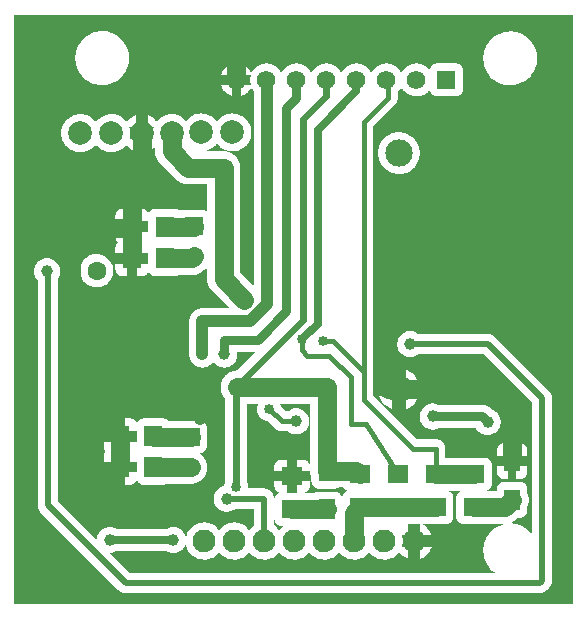
<source format=gbl>
G04 ---------------------------- Layer name :BOTTOM LAYER*
G04 EasyEDA v5.5.14, Thu, 21 Jun 2018 15:21:40 GMT*
G04 9a38f802714640338dee6b1ee23c8345*
G04 Gerber Generator version 0.2*
G04 Scale: 100 percent, Rotated: No, Reflected: No *
G04 Dimensions in millimeters *
G04 leading zeros omitted , absolute positions ,3 integer and 3 decimal *
%FSLAX33Y33*%
%MOMM*%
G90*
G71D02*

%ADD11C,0.699999*%
%ADD12C,0.449999*%
%ADD13C,1.599997*%
%ADD14C,0.599999*%
%ADD15C,0.999998*%
%ADD16C,0.776998*%
%ADD17C,0.499999*%
%ADD19C,0.849986*%
%ADD20C,0.989990*%
%ADD21C,0.900024*%
%ADD23R,1.800860X1.600200*%
%ADD27R,1.358900X1.816100*%
%ADD28R,1.524000X1.524000*%
%ADD29C,1.524000*%
%ADD30R,1.574800X1.574800*%
%ADD31C,1.574800*%
%ADD32C,1.930400*%
%ADD33C,2.321560*%
%ADD34C,1.999996*%
%ADD35C,0.799998*%
%ADD36R,1.612900X1.816100*%

%LPD*%
G36*
G01X0Y0D02*
G01X0Y49899D01*
G01X47349Y49899D01*
G01X47349Y0D01*
G01X0Y0D01*
G37*

%LPC*%
G36*
G01X17503Y44792D02*
G01X18445Y44792D01*
G01X18445Y45735D01*
G01X18395Y45721D01*
G01X18266Y45670D01*
G01X18142Y45606D01*
G01X18025Y45531D01*
G01X17917Y45444D01*
G01X17817Y45347D01*
G01X17728Y45241D01*
G01X17649Y45126D01*
G01X17583Y45004D01*
G01X17529Y44876D01*
G01X17503Y44792D01*
G37*
G36*
G01X7411Y43968D02*
G01X7638Y43973D01*
G01X7864Y44002D01*
G01X8086Y44052D01*
G01X8302Y44125D01*
G01X8509Y44218D01*
G01X8706Y44332D01*
G01X8891Y44465D01*
G01X9062Y44616D01*
G01X9217Y44783D01*
G01X9354Y44964D01*
G01X9473Y45158D01*
G01X9572Y45363D01*
G01X9650Y45577D01*
G01X9706Y45798D01*
G01X9740Y46023D01*
G01X9751Y46250D01*
G01X9740Y46478D01*
G01X9706Y46703D01*
G01X9650Y46923D01*
G01X9572Y47137D01*
G01X9473Y47342D01*
G01X9354Y47537D01*
G01X9217Y47718D01*
G01X9062Y47885D01*
G01X8891Y48036D01*
G01X8706Y48169D01*
G01X8509Y48282D01*
G01X8302Y48376D01*
G01X8086Y48448D01*
G01X7864Y48499D01*
G01X7638Y48527D01*
G01X7411Y48533D01*
G01X7184Y48516D01*
G01X6960Y48477D01*
G01X6740Y48415D01*
G01X6528Y48332D01*
G01X6326Y48228D01*
G01X6135Y48104D01*
G01X5957Y47962D01*
G01X5794Y47803D01*
G01X5647Y47629D01*
G01X5519Y47441D01*
G01X5410Y47241D01*
G01X5322Y47031D01*
G01X5255Y46814D01*
G01X5210Y46591D01*
G01X5187Y46364D01*
G01X5187Y46137D01*
G01X5210Y45910D01*
G01X5255Y45687D01*
G01X5322Y45469D01*
G01X5410Y45260D01*
G01X5519Y45060D01*
G01X5647Y44872D01*
G01X5794Y44697D01*
G01X5957Y44538D01*
G01X6135Y44396D01*
G01X6326Y44273D01*
G01X6528Y44169D01*
G01X6740Y44086D01*
G01X6960Y44024D01*
G01X7184Y43985D01*
G01X7411Y43968D01*
G37*
G36*
G01X41955Y43942D02*
G01X42182Y43948D01*
G01X42408Y43976D01*
G01X42630Y44027D01*
G01X42846Y44099D01*
G01X43053Y44193D01*
G01X43250Y44307D01*
G01X43435Y44440D01*
G01X43606Y44590D01*
G01X43761Y44757D01*
G01X43898Y44939D01*
G01X44017Y45133D01*
G01X44116Y45338D01*
G01X44194Y45552D01*
G01X44250Y45773D01*
G01X44284Y45998D01*
G01X44295Y46225D01*
G01X44284Y46452D01*
G01X44250Y46677D01*
G01X44194Y46898D01*
G01X44116Y47112D01*
G01X44017Y47317D01*
G01X43898Y47511D01*
G01X43761Y47693D01*
G01X43606Y47860D01*
G01X43435Y48010D01*
G01X43250Y48143D01*
G01X43053Y48257D01*
G01X42846Y48351D01*
G01X42630Y48423D01*
G01X42408Y48474D01*
G01X42182Y48502D01*
G01X41955Y48508D01*
G01X41728Y48491D01*
G01X41504Y48451D01*
G01X41284Y48389D01*
G01X41072Y48306D01*
G01X40870Y48202D01*
G01X40679Y48079D01*
G01X40501Y47937D01*
G01X40338Y47778D01*
G01X40191Y47604D01*
G01X40063Y47416D01*
G01X39954Y47216D01*
G01X39866Y47006D01*
G01X39799Y46788D01*
G01X39754Y46565D01*
G01X39731Y46339D01*
G01X39731Y46111D01*
G01X39754Y45885D01*
G01X39799Y45662D01*
G01X39866Y45444D01*
G01X39954Y45234D01*
G01X40063Y45034D01*
G01X40191Y44846D01*
G01X40338Y44672D01*
G01X40501Y44513D01*
G01X40679Y44371D01*
G01X40870Y44247D01*
G01X41072Y44144D01*
G01X41284Y44060D01*
G01X41504Y43999D01*
G01X41728Y43959D01*
G01X41955Y43942D01*
G37*
G36*
G01X18445Y43063D02*
G01X18445Y44005D01*
G01X17503Y44005D01*
G01X17529Y43922D01*
G01X17583Y43794D01*
G01X17649Y43672D01*
G01X17728Y43557D01*
G01X17817Y43450D01*
G01X17917Y43353D01*
G01X18025Y43267D01*
G01X18142Y43191D01*
G01X18266Y43128D01*
G01X18395Y43077D01*
G01X18445Y43063D01*
G37*
G36*
G01X5568Y38280D02*
G01X5728Y38284D01*
G01X5887Y38304D01*
G01X6044Y38340D01*
G01X6195Y38391D01*
G01X6341Y38457D01*
G01X6480Y38537D01*
G01X6610Y38630D01*
G01X6730Y38736D01*
G01X6839Y38854D01*
G01X6928Y38971D01*
G01X6965Y38916D01*
G01X7068Y38794D01*
G01X7183Y38682D01*
G01X7308Y38582D01*
G01X7442Y38495D01*
G01X7585Y38422D01*
G01X7734Y38363D01*
G01X7888Y38320D01*
G01X8046Y38292D01*
G01X8206Y38280D01*
G01X8366Y38284D01*
G01X8525Y38304D01*
G01X8681Y38340D01*
G01X8833Y38391D01*
G01X8979Y38457D01*
G01X9118Y38537D01*
G01X9248Y38630D01*
G01X9368Y38736D01*
G01X9477Y38854D01*
G01X9534Y38929D01*
G01X9542Y38916D01*
G01X9645Y38794D01*
G01X9760Y38682D01*
G01X9885Y38582D01*
G01X10020Y38495D01*
G01X10163Y38422D01*
G01X10312Y38363D01*
G01X10323Y38360D01*
G01X10323Y39387D01*
G01X9772Y39387D01*
G01X9781Y39413D01*
G01X9821Y39568D01*
G01X9845Y39727D01*
G01X9853Y39887D01*
G01X9845Y40047D01*
G01X9821Y40205D01*
G01X9781Y40360D01*
G01X9772Y40387D01*
G01X10323Y40387D01*
G01X10323Y41413D01*
G01X10312Y41410D01*
G01X10163Y41351D01*
G01X10020Y41278D01*
G01X9885Y41191D01*
G01X9760Y41092D01*
G01X9645Y40980D01*
G01X9542Y40857D01*
G01X9534Y40844D01*
G01X9477Y40920D01*
G01X9368Y41037D01*
G01X9248Y41143D01*
G01X9118Y41237D01*
G01X8979Y41317D01*
G01X8833Y41383D01*
G01X8681Y41434D01*
G01X8525Y41469D01*
G01X8366Y41489D01*
G01X8206Y41493D01*
G01X8046Y41481D01*
G01X7888Y41453D01*
G01X7734Y41410D01*
G01X7585Y41351D01*
G01X7442Y41278D01*
G01X7308Y41191D01*
G01X7183Y41092D01*
G01X7068Y40980D01*
G01X6965Y40857D01*
G01X6928Y40803D01*
G01X6839Y40920D01*
G01X6730Y41037D01*
G01X6610Y41143D01*
G01X6480Y41237D01*
G01X6341Y41317D01*
G01X6195Y41383D01*
G01X6044Y41434D01*
G01X5887Y41469D01*
G01X5728Y41489D01*
G01X5568Y41493D01*
G01X5409Y41481D01*
G01X5251Y41453D01*
G01X5097Y41410D01*
G01X4947Y41351D01*
G01X4805Y41278D01*
G01X4670Y41191D01*
G01X4545Y41092D01*
G01X4430Y40980D01*
G01X4327Y40857D01*
G01X4237Y40725D01*
G01X4160Y40584D01*
G01X4098Y40436D01*
G01X4051Y40283D01*
G01X4019Y40126D01*
G01X4003Y39967D01*
G01X4003Y39807D01*
G01X4019Y39647D01*
G01X4051Y39490D01*
G01X4098Y39337D01*
G01X4160Y39189D01*
G01X4237Y39049D01*
G01X4327Y38916D01*
G01X4430Y38794D01*
G01X4545Y38682D01*
G01X4670Y38582D01*
G01X4805Y38495D01*
G01X4947Y38422D01*
G01X5097Y38363D01*
G01X5251Y38320D01*
G01X5409Y38292D01*
G01X5568Y38280D01*
G37*
G36*
G01X32555Y36432D02*
G01X32731Y36437D01*
G01X32906Y36458D01*
G01X33078Y36498D01*
G01X33245Y36554D01*
G01X33406Y36626D01*
G01X33558Y36714D01*
G01X33702Y36817D01*
G01X33834Y36934D01*
G01X33954Y37063D01*
G01X34060Y37204D01*
G01X34152Y37354D01*
G01X34228Y37513D01*
G01X34289Y37678D01*
G01X34332Y37849D01*
G01X34358Y38023D01*
G01X34367Y38199D01*
G01X34358Y38375D01*
G01X34332Y38550D01*
G01X34289Y38720D01*
G01X34228Y38886D01*
G01X34152Y39045D01*
G01X34060Y39195D01*
G01X33954Y39336D01*
G01X33834Y39465D01*
G01X33702Y39581D01*
G01X33558Y39684D01*
G01X33406Y39772D01*
G01X33245Y39845D01*
G01X33078Y39901D01*
G01X32906Y39940D01*
G01X32731Y39962D01*
G01X32555Y39967D01*
G01X32380Y39953D01*
G01X32206Y39923D01*
G01X32036Y39875D01*
G01X31872Y39811D01*
G01X31715Y39730D01*
G01X31567Y39635D01*
G01X31430Y39525D01*
G01X31304Y39402D01*
G01X31190Y39267D01*
G01X31091Y39121D01*
G01X31007Y38966D01*
G01X30938Y38804D01*
G01X30886Y38636D01*
G01X30851Y38463D01*
G01X30834Y38287D01*
G01X30834Y38111D01*
G01X30851Y37936D01*
G01X30886Y37763D01*
G01X30938Y37595D01*
G01X31007Y37432D01*
G01X31091Y37278D01*
G01X31190Y37132D01*
G01X31304Y36997D01*
G01X31430Y36874D01*
G01X31567Y36764D01*
G01X31715Y36668D01*
G01X31872Y36588D01*
G01X32036Y36524D01*
G01X32206Y36476D01*
G01X32380Y36445D01*
G01X32555Y36432D01*
G37*
G36*
G01X8589Y32431D02*
G01X9599Y32431D01*
G01X9599Y33492D01*
G01X9196Y33492D01*
G01X9180Y33491D01*
G01X9164Y33491D01*
G01X9147Y33490D01*
G01X9131Y33488D01*
G01X9115Y33486D01*
G01X9099Y33484D01*
G01X9083Y33481D01*
G01X9068Y33478D01*
G01X9052Y33474D01*
G01X9036Y33470D01*
G01X9021Y33466D01*
G01X9005Y33461D01*
G01X8990Y33456D01*
G01X8975Y33450D01*
G01X8960Y33444D01*
G01X8945Y33437D01*
G01X8930Y33431D01*
G01X8916Y33423D01*
G01X8902Y33416D01*
G01X8888Y33408D01*
G01X8874Y33399D01*
G01X8860Y33391D01*
G01X8847Y33381D01*
G01X8834Y33372D01*
G01X8821Y33362D01*
G01X8808Y33352D01*
G01X8796Y33341D01*
G01X8784Y33331D01*
G01X8772Y33320D01*
G01X8761Y33308D01*
G01X8750Y33296D01*
G01X8739Y33284D01*
G01X8729Y33272D01*
G01X8718Y33260D01*
G01X8709Y33247D01*
G01X8699Y33234D01*
G01X8690Y33220D01*
G01X8681Y33207D01*
G01X8673Y33193D01*
G01X8665Y33179D01*
G01X8657Y33165D01*
G01X8650Y33150D01*
G01X8643Y33136D01*
G01X8637Y33121D01*
G01X8631Y33106D01*
G01X8625Y33091D01*
G01X8620Y33075D01*
G01X8615Y33060D01*
G01X8610Y33044D01*
G01X8606Y33029D01*
G01X8603Y33013D01*
G01X8599Y32997D01*
G01X8597Y32981D01*
G01X8594Y32965D01*
G01X8592Y32949D01*
G01X8591Y32933D01*
G01X8590Y32917D01*
G01X8589Y32901D01*
G01X8589Y32885D01*
G01X8589Y32431D01*
G37*
G36*
G01X8589Y29731D02*
G01X9599Y29731D01*
G01X9599Y31523D01*
G01X8589Y31523D01*
G01X8589Y31069D01*
G01X8589Y31052D01*
G01X8590Y31036D01*
G01X8591Y31020D01*
G01X8592Y31004D01*
G01X8594Y30988D01*
G01X8597Y30972D01*
G01X8599Y30956D01*
G01X8603Y30940D01*
G01X8606Y30925D01*
G01X8610Y30909D01*
G01X8615Y30893D01*
G01X8620Y30878D01*
G01X8625Y30863D01*
G01X8631Y30848D01*
G01X8637Y30833D01*
G01X8643Y30818D01*
G01X8650Y30803D01*
G01X8657Y30789D01*
G01X8665Y30774D01*
G01X8673Y30760D01*
G01X8681Y30747D01*
G01X8690Y30733D01*
G01X8699Y30720D01*
G01X8709Y30707D01*
G01X8718Y30694D01*
G01X8729Y30681D01*
G01X8739Y30669D01*
G01X8750Y30657D01*
G01X8761Y30645D01*
G01X8772Y30634D01*
G01X8780Y30627D01*
G01X8772Y30620D01*
G01X8761Y30608D01*
G01X8750Y30596D01*
G01X8739Y30584D01*
G01X8729Y30572D01*
G01X8718Y30560D01*
G01X8709Y30547D01*
G01X8699Y30534D01*
G01X8690Y30520D01*
G01X8681Y30507D01*
G01X8673Y30493D01*
G01X8665Y30479D01*
G01X8657Y30465D01*
G01X8650Y30450D01*
G01X8643Y30436D01*
G01X8637Y30421D01*
G01X8631Y30406D01*
G01X8625Y30391D01*
G01X8620Y30375D01*
G01X8615Y30360D01*
G01X8610Y30344D01*
G01X8606Y30329D01*
G01X8603Y30313D01*
G01X8599Y30297D01*
G01X8597Y30281D01*
G01X8594Y30265D01*
G01X8592Y30249D01*
G01X8591Y30233D01*
G01X8590Y30217D01*
G01X8589Y30201D01*
G01X8589Y30185D01*
G01X8589Y29731D01*
G37*
G36*
G01X9196Y27762D02*
G01X9599Y27762D01*
G01X9599Y28823D01*
G01X8589Y28823D01*
G01X8589Y28369D01*
G01X8589Y28352D01*
G01X8590Y28336D01*
G01X8591Y28320D01*
G01X8592Y28304D01*
G01X8594Y28288D01*
G01X8597Y28272D01*
G01X8599Y28256D01*
G01X8603Y28240D01*
G01X8606Y28225D01*
G01X8610Y28209D01*
G01X8615Y28193D01*
G01X8620Y28178D01*
G01X8625Y28163D01*
G01X8631Y28148D01*
G01X8637Y28133D01*
G01X8643Y28118D01*
G01X8650Y28103D01*
G01X8657Y28089D01*
G01X8665Y28074D01*
G01X8673Y28060D01*
G01X8681Y28047D01*
G01X8690Y28033D01*
G01X8699Y28020D01*
G01X8709Y28007D01*
G01X8718Y27994D01*
G01X8729Y27981D01*
G01X8739Y27969D01*
G01X8750Y27957D01*
G01X8761Y27945D01*
G01X8772Y27934D01*
G01X8784Y27923D01*
G01X8796Y27912D01*
G01X8808Y27901D01*
G01X8821Y27891D01*
G01X8834Y27881D01*
G01X8847Y27872D01*
G01X8860Y27863D01*
G01X8874Y27854D01*
G01X8888Y27846D01*
G01X8902Y27838D01*
G01X8916Y27830D01*
G01X8930Y27823D01*
G01X8945Y27816D01*
G01X8960Y27809D01*
G01X8975Y27803D01*
G01X8990Y27798D01*
G01X9005Y27792D01*
G01X9021Y27787D01*
G01X9036Y27783D01*
G01X9052Y27779D01*
G01X9068Y27775D01*
G01X9083Y27772D01*
G01X9099Y27769D01*
G01X9115Y27767D01*
G01X9131Y27765D01*
G01X9147Y27764D01*
G01X9164Y27762D01*
G01X9180Y27762D01*
G01X9196Y27762D01*
G37*
G36*
G01X6964Y26843D02*
G01X7105Y26846D01*
G01X7244Y26864D01*
G01X7381Y26895D01*
G01X7514Y26940D01*
G01X7641Y26997D01*
G01X7763Y27067D01*
G01X7877Y27149D01*
G01X7982Y27242D01*
G01X8077Y27345D01*
G01X8162Y27457D01*
G01X8235Y27577D01*
G01X8296Y27703D01*
G01X8344Y27835D01*
G01X8379Y27971D01*
G01X8400Y28109D01*
G01X8406Y28249D01*
G01X8400Y28389D01*
G01X8379Y28528D01*
G01X8344Y28664D01*
G01X8296Y28796D01*
G01X8235Y28922D01*
G01X8162Y29042D01*
G01X8077Y29154D01*
G01X7982Y29257D01*
G01X7877Y29349D01*
G01X7763Y29431D01*
G01X7641Y29501D01*
G01X7514Y29559D01*
G01X7381Y29604D01*
G01X7244Y29635D01*
G01X7105Y29652D01*
G01X6964Y29656D01*
G01X6825Y29645D01*
G01X6686Y29621D01*
G01X6551Y29583D01*
G01X6421Y29532D01*
G01X6296Y29468D01*
G01X6178Y29392D01*
G01X6068Y29304D01*
G01X5968Y29206D01*
G01X5878Y29099D01*
G01X5799Y28983D01*
G01X5732Y28860D01*
G01X5677Y28731D01*
G01X5636Y28597D01*
G01X5608Y28459D01*
G01X5594Y28320D01*
G01X5594Y28179D01*
G01X5608Y28040D01*
G01X5636Y27902D01*
G01X5677Y27768D01*
G01X5732Y27639D01*
G01X5799Y27516D01*
G01X5878Y27400D01*
G01X5968Y27292D01*
G01X6068Y27194D01*
G01X6178Y27107D01*
G01X6296Y27031D01*
G01X6421Y26967D01*
G01X6551Y26916D01*
G01X6686Y26878D01*
G01X6825Y26853D01*
G01X6964Y26843D01*
G37*
G36*
G01X9406Y10107D02*
G01X9809Y10107D01*
G01X9825Y10107D01*
G01X9841Y10108D01*
G01X9858Y10109D01*
G01X9874Y10111D01*
G01X9890Y10113D01*
G01X9906Y10115D01*
G01X9922Y10118D01*
G01X9937Y10121D01*
G01X9953Y10125D01*
G01X9969Y10129D01*
G01X9984Y10133D01*
G01X10000Y10138D01*
G01X10015Y10143D01*
G01X10030Y10149D01*
G01X10045Y10155D01*
G01X10060Y10161D01*
G01X10075Y10168D01*
G01X10089Y10176D01*
G01X10103Y10183D01*
G01X10117Y10191D01*
G01X10131Y10200D01*
G01X10145Y10208D01*
G01X10158Y10217D01*
G01X10171Y10227D01*
G01X10184Y10237D01*
G01X10197Y10247D01*
G01X10209Y10257D01*
G01X10221Y10268D01*
G01X10233Y10279D01*
G01X10244Y10291D01*
G01X10255Y10302D01*
G01X10266Y10314D01*
G01X10276Y10327D01*
G01X10287Y10339D01*
G01X10296Y10352D01*
G01X10306Y10365D01*
G01X10315Y10379D01*
G01X10324Y10392D01*
G01X10332Y10406D01*
G01X10340Y10420D01*
G01X10348Y10434D01*
G01X10355Y10449D01*
G01X10362Y10463D01*
G01X10368Y10478D01*
G01X10374Y10493D01*
G01X10380Y10508D01*
G01X10385Y10524D01*
G01X10390Y10539D01*
G01X10395Y10554D01*
G01X10399Y10570D01*
G01X10400Y10574D01*
G01X10401Y10570D01*
G01X10405Y10554D01*
G01X10409Y10539D01*
G01X10414Y10524D01*
G01X10419Y10508D01*
G01X10425Y10493D01*
G01X10431Y10478D01*
G01X10437Y10463D01*
G01X10444Y10449D01*
G01X10452Y10434D01*
G01X10459Y10420D01*
G01X10467Y10406D01*
G01X10476Y10392D01*
G01X10484Y10379D01*
G01X10493Y10365D01*
G01X10503Y10352D01*
G01X10513Y10339D01*
G01X10523Y10327D01*
G01X10533Y10314D01*
G01X10544Y10302D01*
G01X10555Y10291D01*
G01X10567Y10279D01*
G01X10578Y10268D01*
G01X10590Y10257D01*
G01X10603Y10247D01*
G01X10615Y10237D01*
G01X10628Y10227D01*
G01X10641Y10217D01*
G01X10655Y10208D01*
G01X10668Y10200D01*
G01X10682Y10191D01*
G01X10696Y10183D01*
G01X10710Y10176D01*
G01X10725Y10168D01*
G01X10739Y10161D01*
G01X10754Y10155D01*
G01X10769Y10149D01*
G01X10784Y10143D01*
G01X10800Y10138D01*
G01X10815Y10133D01*
G01X10830Y10129D01*
G01X10846Y10125D01*
G01X10862Y10121D01*
G01X10878Y10118D01*
G01X10894Y10115D01*
G01X10910Y10113D01*
G01X10926Y10111D01*
G01X10942Y10109D01*
G01X10958Y10108D01*
G01X10974Y10107D01*
G01X10990Y10107D01*
G01X12603Y10107D01*
G01X12619Y10107D01*
G01X12635Y10108D01*
G01X12652Y10109D01*
G01X12668Y10111D01*
G01X12684Y10113D01*
G01X12700Y10115D01*
G01X12716Y10118D01*
G01X12731Y10121D01*
G01X12747Y10125D01*
G01X12763Y10129D01*
G01X12778Y10133D01*
G01X12794Y10138D01*
G01X12809Y10143D01*
G01X12824Y10149D01*
G01X12839Y10155D01*
G01X12854Y10161D01*
G01X12869Y10168D01*
G01X12883Y10176D01*
G01X12897Y10183D01*
G01X12911Y10191D01*
G01X12925Y10200D01*
G01X12939Y10208D01*
G01X12949Y10215D01*
G01X14760Y10215D01*
G01X14827Y10208D01*
G01X14897Y10203D01*
G01X14967Y10202D01*
G01X15037Y10205D01*
G01X15107Y10211D01*
G01X15177Y10221D01*
G01X15246Y10234D01*
G01X15314Y10250D01*
G01X15381Y10270D01*
G01X15447Y10293D01*
G01X15512Y10320D01*
G01X15576Y10349D01*
G01X15638Y10382D01*
G01X15698Y10418D01*
G01X15757Y10457D01*
G01X15813Y10498D01*
G01X15867Y10543D01*
G01X15919Y10590D01*
G01X15969Y10640D01*
G01X16016Y10692D01*
G01X16060Y10746D01*
G01X16102Y10802D01*
G01X16141Y10861D01*
G01X16177Y10921D01*
G01X16210Y10983D01*
G01X16239Y11047D01*
G01X16266Y11112D01*
G01X16289Y11178D01*
G01X16309Y11245D01*
G01X16325Y11313D01*
G01X16338Y11382D01*
G01X16348Y11452D01*
G01X16354Y11522D01*
G01X16356Y11592D01*
G01X16356Y11662D01*
G01X16351Y11732D01*
G01X16343Y11802D01*
G01X16332Y11871D01*
G01X16317Y11940D01*
G01X16299Y12007D01*
G01X16278Y12074D01*
G01X16253Y12140D01*
G01X16225Y12204D01*
G01X16194Y12267D01*
G01X16159Y12328D01*
G01X16122Y12387D01*
G01X16082Y12445D01*
G01X16039Y12500D01*
G01X15993Y12553D01*
G01X15944Y12604D01*
G01X15932Y12617D01*
G01X15914Y12634D01*
G01X15896Y12651D01*
G01X15878Y12668D01*
G01X15860Y12684D01*
G01X15841Y12700D01*
G01X15822Y12716D01*
G01X15803Y12731D01*
G01X15783Y12746D01*
G01X15764Y12761D01*
G01X15744Y12775D01*
G01X15734Y12781D01*
G01X15745Y12782D01*
G01X15761Y12783D01*
G01X15777Y12784D01*
G01X15793Y12786D01*
G01X15809Y12789D01*
G01X15825Y12791D01*
G01X15841Y12795D01*
G01X15857Y12798D01*
G01X15872Y12802D01*
G01X15888Y12807D01*
G01X15903Y12812D01*
G01X15918Y12817D01*
G01X15934Y12823D01*
G01X15948Y12829D01*
G01X15963Y12835D01*
G01X15978Y12842D01*
G01X15992Y12849D01*
G01X16007Y12857D01*
G01X16021Y12865D01*
G01X16034Y12873D01*
G01X16048Y12882D01*
G01X16061Y12891D01*
G01X16074Y12901D01*
G01X16087Y12910D01*
G01X16100Y12921D01*
G01X16112Y12931D01*
G01X16124Y12942D01*
G01X16136Y12953D01*
G01X16147Y12964D01*
G01X16158Y12976D01*
G01X16169Y12988D01*
G01X16180Y13000D01*
G01X16190Y13013D01*
G01X16200Y13026D01*
G01X16209Y13039D01*
G01X16218Y13052D01*
G01X16227Y13066D01*
G01X16235Y13080D01*
G01X16243Y13094D01*
G01X16251Y13108D01*
G01X16258Y13122D01*
G01X16265Y13137D01*
G01X16272Y13152D01*
G01X16278Y13167D01*
G01X16283Y13182D01*
G01X16289Y13197D01*
G01X16294Y13213D01*
G01X16298Y13228D01*
G01X16302Y13244D01*
G01X16306Y13260D01*
G01X16309Y13275D01*
G01X16312Y13291D01*
G01X16314Y13307D01*
G01X16316Y13323D01*
G01X16318Y13339D01*
G01X16319Y13356D01*
G01X16319Y13372D01*
G01X16319Y13388D01*
G01X16319Y13826D01*
G01X16322Y13837D01*
G01X16336Y13906D01*
G01X16346Y13975D01*
G01X16353Y14045D01*
G01X16357Y14115D01*
G01X16357Y14185D01*
G01X16353Y14255D01*
G01X16346Y14325D01*
G01X16336Y14394D01*
G01X16322Y14463D01*
G01X16319Y14473D01*
G01X16319Y14912D01*
G01X16319Y14928D01*
G01X16319Y14944D01*
G01X16318Y14960D01*
G01X16316Y14976D01*
G01X16314Y14992D01*
G01X16312Y15008D01*
G01X16309Y15024D01*
G01X16306Y15040D01*
G01X16302Y15056D01*
G01X16298Y15072D01*
G01X16294Y15087D01*
G01X16289Y15103D01*
G01X16283Y15118D01*
G01X16278Y15133D01*
G01X16272Y15148D01*
G01X16265Y15163D01*
G01X16258Y15177D01*
G01X16251Y15192D01*
G01X16243Y15206D01*
G01X16235Y15220D01*
G01X16227Y15234D01*
G01X16218Y15247D01*
G01X16209Y15261D01*
G01X16200Y15274D01*
G01X16190Y15287D01*
G01X16180Y15299D01*
G01X16169Y15312D01*
G01X16158Y15324D01*
G01X16147Y15335D01*
G01X16136Y15347D01*
G01X16124Y15358D01*
G01X16112Y15369D01*
G01X16100Y15379D01*
G01X16087Y15389D01*
G01X16074Y15399D01*
G01X16061Y15409D01*
G01X16048Y15418D01*
G01X16034Y15426D01*
G01X16021Y15435D01*
G01X16007Y15443D01*
G01X15992Y15450D01*
G01X15978Y15458D01*
G01X15963Y15465D01*
G01X15948Y15471D01*
G01X15934Y15477D01*
G01X15918Y15483D01*
G01X15903Y15488D01*
G01X15888Y15493D01*
G01X15872Y15497D01*
G01X15857Y15502D01*
G01X15841Y15505D01*
G01X15825Y15508D01*
G01X15809Y15511D01*
G01X15793Y15514D01*
G01X15777Y15515D01*
G01X15761Y15517D01*
G01X15745Y15518D01*
G01X15729Y15519D01*
G01X15712Y15519D01*
G01X15273Y15519D01*
G01X15229Y15529D01*
G01X15160Y15541D01*
G01X15090Y15550D01*
G01X15020Y15555D01*
G01X14950Y15557D01*
G01X13035Y15557D01*
G01X13027Y15565D01*
G01X13015Y15576D01*
G01X13003Y15587D01*
G01X12991Y15598D01*
G01X12978Y15608D01*
G01X12965Y15618D01*
G01X12952Y15627D01*
G01X12939Y15636D01*
G01X12925Y15645D01*
G01X12911Y15653D01*
G01X12897Y15661D01*
G01X12883Y15669D01*
G01X12869Y15676D01*
G01X12854Y15683D01*
G01X12839Y15690D01*
G01X12824Y15696D01*
G01X12809Y15701D01*
G01X12794Y15707D01*
G01X12778Y15711D01*
G01X12763Y15716D01*
G01X12747Y15720D01*
G01X12731Y15724D01*
G01X12716Y15727D01*
G01X12700Y15730D01*
G01X12684Y15732D01*
G01X12668Y15734D01*
G01X12652Y15735D01*
G01X12635Y15736D01*
G01X12619Y15737D01*
G01X12603Y15737D01*
G01X10990Y15737D01*
G01X10974Y15737D01*
G01X10958Y15736D01*
G01X10942Y15735D01*
G01X10926Y15734D01*
G01X10910Y15732D01*
G01X10894Y15730D01*
G01X10878Y15727D01*
G01X10862Y15724D01*
G01X10846Y15720D01*
G01X10830Y15716D01*
G01X10815Y15711D01*
G01X10800Y15707D01*
G01X10784Y15701D01*
G01X10769Y15696D01*
G01X10754Y15690D01*
G01X10739Y15683D01*
G01X10725Y15676D01*
G01X10710Y15669D01*
G01X10696Y15661D01*
G01X10682Y15653D01*
G01X10668Y15645D01*
G01X10655Y15636D01*
G01X10641Y15627D01*
G01X10628Y15618D01*
G01X10615Y15608D01*
G01X10603Y15598D01*
G01X10590Y15587D01*
G01X10578Y15576D01*
G01X10567Y15565D01*
G01X10555Y15554D01*
G01X10544Y15542D01*
G01X10533Y15530D01*
G01X10523Y15518D01*
G01X10513Y15505D01*
G01X10503Y15492D01*
G01X10493Y15479D01*
G01X10484Y15466D01*
G01X10476Y15452D01*
G01X10467Y15438D01*
G01X10459Y15424D01*
G01X10452Y15410D01*
G01X10444Y15396D01*
G01X10437Y15381D01*
G01X10431Y15366D01*
G01X10425Y15351D01*
G01X10419Y15336D01*
G01X10414Y15321D01*
G01X10409Y15306D01*
G01X10405Y15290D01*
G01X10401Y15274D01*
G01X10400Y15271D01*
G01X10399Y15274D01*
G01X10395Y15290D01*
G01X10390Y15306D01*
G01X10385Y15321D01*
G01X10380Y15336D01*
G01X10374Y15351D01*
G01X10368Y15366D01*
G01X10362Y15381D01*
G01X10355Y15396D01*
G01X10348Y15410D01*
G01X10340Y15424D01*
G01X10332Y15438D01*
G01X10324Y15452D01*
G01X10315Y15466D01*
G01X10306Y15479D01*
G01X10296Y15492D01*
G01X10287Y15505D01*
G01X10276Y15518D01*
G01X10266Y15530D01*
G01X10255Y15542D01*
G01X10244Y15554D01*
G01X10233Y15565D01*
G01X10221Y15576D01*
G01X10209Y15587D01*
G01X10197Y15598D01*
G01X10184Y15608D01*
G01X10171Y15618D01*
G01X10158Y15627D01*
G01X10145Y15636D01*
G01X10131Y15645D01*
G01X10117Y15653D01*
G01X10103Y15661D01*
G01X10089Y15669D01*
G01X10075Y15676D01*
G01X10060Y15683D01*
G01X10045Y15690D01*
G01X10030Y15696D01*
G01X10015Y15701D01*
G01X10000Y15707D01*
G01X9984Y15711D01*
G01X9969Y15716D01*
G01X9953Y15720D01*
G01X9937Y15724D01*
G01X9922Y15727D01*
G01X9906Y15730D01*
G01X9890Y15732D01*
G01X9874Y15734D01*
G01X9858Y15735D01*
G01X9841Y15736D01*
G01X9825Y15737D01*
G01X9809Y15737D01*
G01X9406Y15737D01*
G01X9406Y14676D01*
G01X10383Y14676D01*
G01X10383Y13768D01*
G01X9406Y13768D01*
G01X9406Y12076D01*
G01X10383Y12076D01*
G01X10383Y11168D01*
G01X9406Y11168D01*
G01X9406Y10107D01*
G37*
G36*
G01X8196Y10107D02*
G01X8600Y10107D01*
G01X8600Y11168D01*
G01X7589Y11168D01*
G01X7589Y10714D01*
G01X7589Y10698D01*
G01X7590Y10682D01*
G01X7591Y10666D01*
G01X7593Y10650D01*
G01X7595Y10634D01*
G01X7597Y10618D01*
G01X7600Y10602D01*
G01X7603Y10586D01*
G01X7607Y10570D01*
G01X7611Y10554D01*
G01X7615Y10539D01*
G01X7620Y10524D01*
G01X7625Y10508D01*
G01X7631Y10493D01*
G01X7637Y10478D01*
G01X7643Y10463D01*
G01X7650Y10449D01*
G01X7658Y10434D01*
G01X7665Y10420D01*
G01X7673Y10406D01*
G01X7682Y10392D01*
G01X7690Y10379D01*
G01X7699Y10365D01*
G01X7709Y10352D01*
G01X7719Y10339D01*
G01X7729Y10327D01*
G01X7739Y10314D01*
G01X7750Y10302D01*
G01X7761Y10291D01*
G01X7773Y10279D01*
G01X7784Y10268D01*
G01X7796Y10257D01*
G01X7809Y10247D01*
G01X7821Y10237D01*
G01X7834Y10227D01*
G01X7847Y10217D01*
G01X7861Y10208D01*
G01X7874Y10200D01*
G01X7888Y10191D01*
G01X7902Y10183D01*
G01X7916Y10176D01*
G01X7931Y10168D01*
G01X7945Y10161D01*
G01X7960Y10155D01*
G01X7975Y10149D01*
G01X7990Y10143D01*
G01X8006Y10138D01*
G01X8021Y10133D01*
G01X8036Y10129D01*
G01X8052Y10125D01*
G01X8068Y10121D01*
G01X8084Y10118D01*
G01X8100Y10115D01*
G01X8116Y10113D01*
G01X8132Y10111D01*
G01X8148Y10109D01*
G01X8164Y10108D01*
G01X8180Y10107D01*
G01X8196Y10107D01*
G37*
G36*
G01X42515Y10608D02*
G01X42854Y10608D01*
G01X42870Y10609D01*
G01X42887Y10609D01*
G01X42903Y10610D01*
G01X42919Y10612D01*
G01X42935Y10614D01*
G01X42951Y10616D01*
G01X42967Y10619D01*
G01X42983Y10622D01*
G01X42998Y10626D01*
G01X43014Y10630D01*
G01X43030Y10634D01*
G01X43045Y10639D01*
G01X43060Y10644D01*
G01X43075Y10650D01*
G01X43090Y10656D01*
G01X43105Y10663D01*
G01X43120Y10670D01*
G01X43134Y10677D01*
G01X43148Y10684D01*
G01X43162Y10692D01*
G01X43176Y10701D01*
G01X43190Y10710D01*
G01X43203Y10719D01*
G01X43216Y10728D01*
G01X43229Y10738D01*
G01X43242Y10748D01*
G01X43254Y10759D01*
G01X43266Y10769D01*
G01X43278Y10781D01*
G01X43289Y10792D01*
G01X43300Y10804D01*
G01X43311Y10816D01*
G01X43322Y10828D01*
G01X43332Y10841D01*
G01X43342Y10853D01*
G01X43351Y10867D01*
G01X43360Y10880D01*
G01X43369Y10893D01*
G01X43377Y10907D01*
G01X43385Y10921D01*
G01X43393Y10936D01*
G01X43400Y10950D01*
G01X43407Y10965D01*
G01X43414Y10979D01*
G01X43420Y10994D01*
G01X43425Y11010D01*
G01X43431Y11025D01*
G01X43435Y11040D01*
G01X43440Y11056D01*
G01X43444Y11071D01*
G01X43448Y11087D01*
G01X43451Y11103D01*
G01X43454Y11119D01*
G01X43456Y11135D01*
G01X43458Y11151D01*
G01X43459Y11167D01*
G01X43460Y11183D01*
G01X43461Y11199D01*
G01X43461Y11215D01*
G01X43461Y11669D01*
G01X42515Y11669D01*
G01X42515Y10608D01*
G37*
G36*
G01X41495Y10608D02*
G01X41835Y10608D01*
G01X41835Y11669D01*
G01X40888Y11669D01*
G01X40888Y11215D01*
G01X40889Y11199D01*
G01X40889Y11183D01*
G01X40890Y11167D01*
G01X40892Y11151D01*
G01X40894Y11135D01*
G01X40896Y11119D01*
G01X40899Y11103D01*
G01X40902Y11087D01*
G01X40906Y11071D01*
G01X40910Y11056D01*
G01X40914Y11040D01*
G01X40919Y11025D01*
G01X40924Y11010D01*
G01X40930Y10994D01*
G01X40936Y10979D01*
G01X40943Y10965D01*
G01X40949Y10950D01*
G01X40957Y10936D01*
G01X40964Y10921D01*
G01X40972Y10907D01*
G01X40981Y10893D01*
G01X40990Y10880D01*
G01X40999Y10867D01*
G01X41008Y10853D01*
G01X41018Y10841D01*
G01X41028Y10828D01*
G01X41039Y10816D01*
G01X41049Y10804D01*
G01X41060Y10792D01*
G01X41072Y10781D01*
G01X41084Y10769D01*
G01X41096Y10759D01*
G01X41108Y10748D01*
G01X41121Y10738D01*
G01X41133Y10728D01*
G01X41146Y10719D01*
G01X41160Y10710D01*
G01X41173Y10701D01*
G01X41187Y10692D01*
G01X41201Y10684D01*
G01X41215Y10677D01*
G01X41230Y10670D01*
G01X41245Y10663D01*
G01X41259Y10656D01*
G01X41274Y10650D01*
G01X41289Y10644D01*
G01X41305Y10639D01*
G01X41320Y10634D01*
G01X41336Y10630D01*
G01X41351Y10626D01*
G01X41367Y10622D01*
G01X41383Y10619D01*
G01X41399Y10616D01*
G01X41415Y10614D01*
G01X41431Y10612D01*
G01X41447Y10610D01*
G01X41463Y10609D01*
G01X41479Y10609D01*
G01X41495Y10608D01*
G37*
G36*
G01X30931Y18780D02*
G01X32019Y18780D01*
G01X32019Y19868D01*
G01X31872Y19811D01*
G01X31715Y19730D01*
G01X31567Y19635D01*
G01X31430Y19525D01*
G01X31304Y19402D01*
G01X31190Y19267D01*
G01X31091Y19121D01*
G01X31007Y18966D01*
G01X30938Y18804D01*
G01X30931Y18780D01*
G37*
G36*
G01X33180Y18780D02*
G01X34267Y18780D01*
G01X34228Y18886D01*
G01X34152Y19045D01*
G01X34060Y19195D01*
G01X33954Y19336D01*
G01X33834Y19465D01*
G01X33702Y19582D01*
G01X33558Y19684D01*
G01X33406Y19772D01*
G01X33245Y19845D01*
G01X33180Y19867D01*
G01X33180Y18780D01*
G37*
G36*
G01X7589Y12076D02*
G01X8600Y12076D01*
G01X8600Y13768D01*
G01X7589Y13768D01*
G01X7589Y13314D01*
G01X7589Y13298D01*
G01X7590Y13282D01*
G01X7591Y13266D01*
G01X7593Y13250D01*
G01X7595Y13234D01*
G01X7597Y13218D01*
G01X7600Y13202D01*
G01X7603Y13186D01*
G01X7607Y13170D01*
G01X7611Y13154D01*
G01X7615Y13139D01*
G01X7620Y13124D01*
G01X7625Y13108D01*
G01X7631Y13093D01*
G01X7637Y13078D01*
G01X7643Y13063D01*
G01X7650Y13049D01*
G01X7658Y13034D01*
G01X7665Y13020D01*
G01X7673Y13006D01*
G01X7682Y12992D01*
G01X7690Y12979D01*
G01X7699Y12965D01*
G01X7709Y12952D01*
G01X7719Y12939D01*
G01X7729Y12927D01*
G01X7733Y12922D01*
G01X7729Y12918D01*
G01X7719Y12905D01*
G01X7709Y12892D01*
G01X7699Y12879D01*
G01X7690Y12866D01*
G01X7682Y12852D01*
G01X7673Y12838D01*
G01X7665Y12824D01*
G01X7658Y12810D01*
G01X7650Y12796D01*
G01X7643Y12781D01*
G01X7637Y12766D01*
G01X7631Y12751D01*
G01X7625Y12736D01*
G01X7620Y12721D01*
G01X7615Y12706D01*
G01X7611Y12690D01*
G01X7607Y12674D01*
G01X7603Y12659D01*
G01X7600Y12643D01*
G01X7597Y12627D01*
G01X7595Y12611D01*
G01X7593Y12595D01*
G01X7591Y12579D01*
G01X7590Y12563D01*
G01X7589Y12546D01*
G01X7589Y12530D01*
G01X7589Y12076D01*
G37*
G36*
G01X33180Y16532D02*
G01X33245Y16554D01*
G01X33406Y16626D01*
G01X33558Y16714D01*
G01X33702Y16817D01*
G01X33834Y16934D01*
G01X33954Y17063D01*
G01X34060Y17204D01*
G01X34152Y17354D01*
G01X34228Y17513D01*
G01X34267Y17619D01*
G01X33180Y17619D01*
G01X33180Y16532D01*
G37*
G36*
G01X42515Y12577D02*
G01X43461Y12577D01*
G01X43461Y13032D01*
G01X43461Y13048D01*
G01X43460Y13064D01*
G01X43459Y13080D01*
G01X43458Y13096D01*
G01X43456Y13112D01*
G01X43454Y13128D01*
G01X43451Y13144D01*
G01X43448Y13160D01*
G01X43444Y13176D01*
G01X43440Y13191D01*
G01X43435Y13207D01*
G01X43431Y13222D01*
G01X43425Y13237D01*
G01X43420Y13253D01*
G01X43414Y13268D01*
G01X43407Y13282D01*
G01X43400Y13297D01*
G01X43393Y13311D01*
G01X43385Y13326D01*
G01X43377Y13340D01*
G01X43369Y13353D01*
G01X43360Y13367D01*
G01X43351Y13380D01*
G01X43342Y13394D01*
G01X43332Y13406D01*
G01X43322Y13419D01*
G01X43311Y13431D01*
G01X43300Y13443D01*
G01X43289Y13455D01*
G01X43278Y13466D01*
G01X43266Y13478D01*
G01X43254Y13488D01*
G01X43242Y13499D01*
G01X43229Y13509D01*
G01X43216Y13519D01*
G01X43203Y13528D01*
G01X43190Y13537D01*
G01X43176Y13546D01*
G01X43162Y13554D01*
G01X43148Y13563D01*
G01X43134Y13570D01*
G01X43120Y13577D01*
G01X43105Y13584D01*
G01X43090Y13591D01*
G01X43075Y13597D01*
G01X43060Y13603D01*
G01X43045Y13608D01*
G01X43030Y13613D01*
G01X43014Y13617D01*
G01X42998Y13621D01*
G01X42983Y13625D01*
G01X42967Y13628D01*
G01X42951Y13631D01*
G01X42935Y13633D01*
G01X42919Y13635D01*
G01X42903Y13637D01*
G01X42887Y13638D01*
G01X42870Y13638D01*
G01X42854Y13639D01*
G01X42515Y13639D01*
G01X42515Y12577D01*
G37*
G36*
G01X40888Y12577D02*
G01X41835Y12577D01*
G01X41835Y13639D01*
G01X41495Y13639D01*
G01X41479Y13638D01*
G01X41463Y13638D01*
G01X41447Y13637D01*
G01X41431Y13635D01*
G01X41415Y13633D01*
G01X41399Y13631D01*
G01X41383Y13628D01*
G01X41367Y13625D01*
G01X41351Y13621D01*
G01X41336Y13617D01*
G01X41320Y13613D01*
G01X41305Y13608D01*
G01X41289Y13603D01*
G01X41274Y13597D01*
G01X41259Y13591D01*
G01X41245Y13584D01*
G01X41230Y13577D01*
G01X41215Y13570D01*
G01X41201Y13563D01*
G01X41187Y13554D01*
G01X41173Y13546D01*
G01X41160Y13537D01*
G01X41146Y13528D01*
G01X41133Y13519D01*
G01X41121Y13509D01*
G01X41108Y13499D01*
G01X41096Y13488D01*
G01X41084Y13478D01*
G01X41072Y13466D01*
G01X41060Y13455D01*
G01X41049Y13443D01*
G01X41039Y13431D01*
G01X41028Y13419D01*
G01X41018Y13406D01*
G01X41008Y13394D01*
G01X40999Y13380D01*
G01X40990Y13367D01*
G01X40981Y13353D01*
G01X40972Y13340D01*
G01X40964Y13326D01*
G01X40957Y13311D01*
G01X40949Y13297D01*
G01X40943Y13282D01*
G01X40936Y13268D01*
G01X40930Y13253D01*
G01X40924Y13237D01*
G01X40919Y13222D01*
G01X40914Y13207D01*
G01X40910Y13191D01*
G01X40906Y13176D01*
G01X40902Y13160D01*
G01X40899Y13144D01*
G01X40896Y13128D01*
G01X40894Y13112D01*
G01X40892Y13096D01*
G01X40890Y13080D01*
G01X40889Y13064D01*
G01X40889Y13048D01*
G01X40888Y13032D01*
G01X40888Y12577D01*
G37*
G36*
G01X32019Y16530D02*
G01X32019Y17619D01*
G01X30931Y17619D01*
G01X30938Y17595D01*
G01X31007Y17432D01*
G01X31091Y17278D01*
G01X31190Y17132D01*
G01X31304Y16997D01*
G01X31430Y16874D01*
G01X31567Y16764D01*
G01X31715Y16668D01*
G01X31872Y16588D01*
G01X32019Y16530D01*
G37*
G36*
G01X40072Y14343D02*
G01X40182Y14345D01*
G01X40292Y14359D01*
G01X40399Y14384D01*
G01X40504Y14419D01*
G01X40605Y14464D01*
G01X40700Y14519D01*
G01X40790Y14584D01*
G01X40872Y14657D01*
G01X40948Y14738D01*
G01X41014Y14826D01*
G01X41072Y14920D01*
G01X41120Y15019D01*
G01X41157Y15123D01*
G01X41185Y15230D01*
G01X41201Y15339D01*
G01X41207Y15449D01*
G01X41201Y15560D01*
G01X41185Y15669D01*
G01X41157Y15776D01*
G01X41120Y15879D01*
G01X41072Y15979D01*
G01X41014Y16073D01*
G01X40948Y16161D01*
G01X40872Y16242D01*
G01X40790Y16315D01*
G01X40700Y16379D01*
G01X40605Y16434D01*
G01X40504Y16480D01*
G01X40463Y16493D01*
G01X40353Y16603D01*
G01X40338Y16618D01*
G01X40323Y16633D01*
G01X40307Y16647D01*
G01X40291Y16661D01*
G01X40275Y16674D01*
G01X40258Y16687D01*
G01X40241Y16700D01*
G01X40224Y16712D01*
G01X40207Y16724D01*
G01X40189Y16736D01*
G01X40171Y16747D01*
G01X40153Y16758D01*
G01X40135Y16769D01*
G01X40116Y16779D01*
G01X40098Y16788D01*
G01X40079Y16798D01*
G01X40059Y16807D01*
G01X40040Y16815D01*
G01X40021Y16823D01*
G01X40001Y16831D01*
G01X39981Y16838D01*
G01X39961Y16845D01*
G01X39941Y16851D01*
G01X39921Y16857D01*
G01X39900Y16863D01*
G01X39880Y16868D01*
G01X39859Y16873D01*
G01X39838Y16877D01*
G01X39818Y16881D01*
G01X39797Y16884D01*
G01X39776Y16887D01*
G01X39755Y16889D01*
G01X39734Y16891D01*
G01X39713Y16893D01*
G01X39692Y16894D01*
G01X39671Y16895D01*
G01X39649Y16895D01*
G01X35931Y16895D01*
G01X35854Y16930D01*
G01X35749Y16965D01*
G01X35642Y16990D01*
G01X35532Y17003D01*
G01X35422Y17006D01*
G01X35312Y16998D01*
G01X35203Y16979D01*
G01X35097Y16949D01*
G01X34994Y16908D01*
G01X34896Y16858D01*
G01X34803Y16798D01*
G01X34717Y16729D01*
G01X34638Y16652D01*
G01X34567Y16568D01*
G01X34505Y16477D01*
G01X34452Y16380D01*
G01X34409Y16278D01*
G01X34377Y16173D01*
G01X34355Y16064D01*
G01X34344Y15955D01*
G01X34344Y15844D01*
G01X34355Y15734D01*
G01X34377Y15626D01*
G01X34409Y15521D01*
G01X34452Y15419D01*
G01X34505Y15322D01*
G01X34567Y15231D01*
G01X34638Y15146D01*
G01X34717Y15069D01*
G01X34803Y15001D01*
G01X34896Y14941D01*
G01X34994Y14890D01*
G01X35097Y14850D01*
G01X35203Y14820D01*
G01X35312Y14801D01*
G01X35422Y14793D01*
G01X35532Y14796D01*
G01X35642Y14809D01*
G01X35749Y14834D01*
G01X35854Y14869D01*
G01X35932Y14904D01*
G01X39138Y14904D01*
G01X39155Y14872D01*
G01X39217Y14781D01*
G01X39288Y14696D01*
G01X39367Y14619D01*
G01X39453Y14550D01*
G01X39546Y14491D01*
G01X39644Y14440D01*
G01X39747Y14400D01*
G01X39853Y14370D01*
G01X39962Y14351D01*
G01X40072Y14343D01*
G37*
G36*
G01X7589Y14676D02*
G01X8600Y14676D01*
G01X8600Y15737D01*
G01X8196Y15737D01*
G01X8180Y15737D01*
G01X8164Y15736D01*
G01X8148Y15735D01*
G01X8132Y15734D01*
G01X8116Y15732D01*
G01X8100Y15730D01*
G01X8084Y15727D01*
G01X8068Y15724D01*
G01X8052Y15720D01*
G01X8036Y15716D01*
G01X8021Y15711D01*
G01X8006Y15707D01*
G01X7990Y15701D01*
G01X7975Y15696D01*
G01X7960Y15690D01*
G01X7945Y15683D01*
G01X7931Y15676D01*
G01X7916Y15669D01*
G01X7902Y15661D01*
G01X7888Y15653D01*
G01X7874Y15645D01*
G01X7861Y15636D01*
G01X7847Y15627D01*
G01X7834Y15618D01*
G01X7821Y15608D01*
G01X7809Y15598D01*
G01X7796Y15587D01*
G01X7784Y15576D01*
G01X7773Y15565D01*
G01X7761Y15554D01*
G01X7750Y15542D01*
G01X7739Y15530D01*
G01X7729Y15518D01*
G01X7719Y15505D01*
G01X7709Y15492D01*
G01X7699Y15479D01*
G01X7690Y15466D01*
G01X7682Y15452D01*
G01X7673Y15438D01*
G01X7665Y15424D01*
G01X7658Y15410D01*
G01X7650Y15396D01*
G01X7643Y15381D01*
G01X7637Y15366D01*
G01X7631Y15351D01*
G01X7625Y15336D01*
G01X7620Y15321D01*
G01X7615Y15306D01*
G01X7611Y15290D01*
G01X7607Y15274D01*
G01X7603Y15259D01*
G01X7600Y15243D01*
G01X7597Y15227D01*
G01X7595Y15211D01*
G01X7593Y15195D01*
G01X7591Y15179D01*
G01X7590Y15163D01*
G01X7589Y15146D01*
G01X7589Y15130D01*
G01X7589Y14676D01*
G37*
G36*
G01X9449Y942D02*
G01X44499Y942D01*
G01X44519Y943D01*
G01X44538Y943D01*
G01X44557Y944D01*
G01X44576Y946D01*
G01X44595Y948D01*
G01X44614Y950D01*
G01X44633Y953D01*
G01X44652Y956D01*
G01X44671Y960D01*
G01X44690Y964D01*
G01X44709Y968D01*
G01X44727Y973D01*
G01X44746Y979D01*
G01X44764Y984D01*
G01X44782Y991D01*
G01X44800Y997D01*
G01X44818Y1004D01*
G01X44836Y1011D01*
G01X44854Y1019D01*
G01X44871Y1027D01*
G01X44888Y1036D01*
G01X44905Y1045D01*
G01X44922Y1054D01*
G01X44939Y1064D01*
G01X44955Y1074D01*
G01X44971Y1084D01*
G01X44987Y1095D01*
G01X45003Y1106D01*
G01X45018Y1118D01*
G01X45034Y1129D01*
G01X45049Y1142D01*
G01X45063Y1154D01*
G01X45077Y1167D01*
G01X45092Y1180D01*
G01X45105Y1193D01*
G01X45305Y1393D01*
G01X45319Y1407D01*
G01X45332Y1421D01*
G01X45345Y1435D01*
G01X45357Y1450D01*
G01X45369Y1465D01*
G01X45381Y1480D01*
G01X45393Y1496D01*
G01X45404Y1511D01*
G01X45415Y1527D01*
G01X45425Y1543D01*
G01X45435Y1560D01*
G01X45445Y1576D01*
G01X45454Y1593D01*
G01X45463Y1610D01*
G01X45472Y1628D01*
G01X45480Y1645D01*
G01X45487Y1663D01*
G01X45495Y1680D01*
G01X45502Y1698D01*
G01X45508Y1716D01*
G01X45514Y1735D01*
G01X45520Y1753D01*
G01X45526Y1771D01*
G01X45530Y1790D01*
G01X45535Y1809D01*
G01X45539Y1828D01*
G01X45543Y1846D01*
G01X45546Y1865D01*
G01X45549Y1884D01*
G01X45551Y1903D01*
G01X45553Y1923D01*
G01X45555Y1942D01*
G01X45556Y1961D01*
G01X45556Y1980D01*
G01X45556Y1999D01*
G01X45556Y17449D01*
G01X45556Y17469D01*
G01X45556Y17488D01*
G01X45555Y17507D01*
G01X45553Y17526D01*
G01X45551Y17545D01*
G01X45549Y17564D01*
G01X45546Y17584D01*
G01X45543Y17602D01*
G01X45539Y17621D01*
G01X45535Y17640D01*
G01X45530Y17659D01*
G01X45526Y17677D01*
G01X45520Y17696D01*
G01X45515Y17714D01*
G01X45508Y17733D01*
G01X45502Y17751D01*
G01X45495Y17769D01*
G01X45487Y17786D01*
G01X45480Y17804D01*
G01X45472Y17821D01*
G01X45463Y17839D01*
G01X45454Y17856D01*
G01X45445Y17872D01*
G01X45435Y17889D01*
G01X45425Y17905D01*
G01X45415Y17922D01*
G01X45404Y17938D01*
G01X45393Y17953D01*
G01X45381Y17969D01*
G01X45369Y17984D01*
G01X45357Y17999D01*
G01X45345Y18013D01*
G01X45332Y18028D01*
G01X45319Y18042D01*
G01X45305Y18055D01*
G01X40705Y22655D01*
G01X40692Y22669D01*
G01X40678Y22682D01*
G01X40663Y22695D01*
G01X40649Y22707D01*
G01X40634Y22719D01*
G01X40619Y22731D01*
G01X40603Y22743D01*
G01X40587Y22754D01*
G01X40572Y22765D01*
G01X40555Y22775D01*
G01X40539Y22785D01*
G01X40522Y22795D01*
G01X40506Y22804D01*
G01X40488Y22813D01*
G01X40471Y22822D01*
G01X40454Y22830D01*
G01X40436Y22837D01*
G01X40418Y22845D01*
G01X40401Y22852D01*
G01X40382Y22858D01*
G01X40364Y22865D01*
G01X40346Y22870D01*
G01X40327Y22876D01*
G01X40309Y22880D01*
G01X40290Y22885D01*
G01X40271Y22889D01*
G01X40252Y22893D01*
G01X40233Y22896D01*
G01X40214Y22899D01*
G01X40195Y22901D01*
G01X40176Y22903D01*
G01X40157Y22905D01*
G01X40138Y22906D01*
G01X40119Y22906D01*
G01X40099Y22906D01*
G01X34249Y22906D01*
G01X34240Y22915D01*
G01X34150Y22979D01*
G01X34054Y23035D01*
G01X33954Y23080D01*
G01X33849Y23115D01*
G01X33742Y23140D01*
G01X33632Y23153D01*
G01X33522Y23156D01*
G01X33412Y23148D01*
G01X33303Y23129D01*
G01X33197Y23099D01*
G01X33094Y23059D01*
G01X32996Y23008D01*
G01X32903Y22948D01*
G01X32817Y22880D01*
G01X32738Y22802D01*
G01X32667Y22718D01*
G01X32605Y22627D01*
G01X32552Y22530D01*
G01X32509Y22428D01*
G01X32477Y22323D01*
G01X32455Y22215D01*
G01X32444Y22105D01*
G01X32444Y21994D01*
G01X32455Y21885D01*
G01X32477Y21776D01*
G01X32509Y21671D01*
G01X32552Y21569D01*
G01X32605Y21472D01*
G01X32667Y21381D01*
G01X32738Y21297D01*
G01X32817Y21219D01*
G01X32903Y21151D01*
G01X32996Y21091D01*
G01X33094Y21040D01*
G01X33197Y21000D01*
G01X33303Y20970D01*
G01X33412Y20951D01*
G01X33522Y20943D01*
G01X33632Y20946D01*
G01X33742Y20959D01*
G01X33849Y20984D01*
G01X33954Y21019D01*
G01X34054Y21064D01*
G01X34150Y21120D01*
G01X34240Y21184D01*
G01X34249Y21192D01*
G01X39744Y21192D01*
G01X43842Y17094D01*
G01X43842Y5929D01*
G01X43761Y6037D01*
G01X43606Y6204D01*
G01X43435Y6354D01*
G01X43250Y6487D01*
G01X43053Y6601D01*
G01X42846Y6695D01*
G01X42630Y6767D01*
G01X42408Y6818D01*
G01X42182Y6846D01*
G01X41955Y6852D01*
G01X41912Y6849D01*
G01X41919Y6850D01*
G01X41942Y6857D01*
G01X41965Y6865D01*
G01X41989Y6872D01*
G01X42012Y6881D01*
G01X42035Y6889D01*
G01X42058Y6898D01*
G01X42080Y6908D01*
G01X42103Y6917D01*
G01X42125Y6928D01*
G01X42147Y6938D01*
G01X42169Y6949D01*
G01X42191Y6960D01*
G01X42213Y6972D01*
G01X42234Y6984D01*
G01X42255Y6997D01*
G01X42276Y7010D01*
G01X42297Y7023D01*
G01X42317Y7036D01*
G01X42338Y7050D01*
G01X42358Y7064D01*
G01X42377Y7079D01*
G01X42397Y7094D01*
G01X42416Y7109D01*
G01X42435Y7125D01*
G01X42454Y7141D01*
G01X42472Y7157D01*
G01X42490Y7174D01*
G01X42508Y7191D01*
G01X42526Y7208D01*
G01X42650Y7332D01*
G01X42854Y7332D01*
G01X42870Y7332D01*
G01X42887Y7333D01*
G01X42903Y7334D01*
G01X42919Y7335D01*
G01X42935Y7337D01*
G01X42951Y7340D01*
G01X42967Y7342D01*
G01X42983Y7346D01*
G01X42998Y7349D01*
G01X43014Y7353D01*
G01X43030Y7358D01*
G01X43045Y7363D01*
G01X43060Y7368D01*
G01X43075Y7374D01*
G01X43090Y7380D01*
G01X43105Y7386D01*
G01X43120Y7393D01*
G01X43134Y7400D01*
G01X43148Y7408D01*
G01X43162Y7416D01*
G01X43176Y7424D01*
G01X43190Y7433D01*
G01X43203Y7442D01*
G01X43216Y7452D01*
G01X43229Y7461D01*
G01X43242Y7472D01*
G01X43254Y7482D01*
G01X43266Y7493D01*
G01X43278Y7504D01*
G01X43289Y7515D01*
G01X43300Y7527D01*
G01X43311Y7539D01*
G01X43322Y7551D01*
G01X43332Y7564D01*
G01X43342Y7577D01*
G01X43351Y7590D01*
G01X43360Y7603D01*
G01X43369Y7617D01*
G01X43377Y7631D01*
G01X43385Y7645D01*
G01X43393Y7659D01*
G01X43400Y7673D01*
G01X43407Y7688D01*
G01X43414Y7703D01*
G01X43420Y7718D01*
G01X43425Y7733D01*
G01X43431Y7748D01*
G01X43435Y7764D01*
G01X43440Y7779D01*
G01X43444Y7795D01*
G01X43448Y7811D01*
G01X43451Y7826D01*
G01X43454Y7842D01*
G01X43456Y7858D01*
G01X43458Y7874D01*
G01X43459Y7890D01*
G01X43460Y7907D01*
G01X43461Y7923D01*
G01X43461Y7939D01*
G01X43461Y8278D01*
G01X43478Y8317D01*
G01X43503Y8382D01*
G01X43524Y8449D01*
G01X43543Y8517D01*
G01X43557Y8585D01*
G01X43569Y8655D01*
G01X43576Y8724D01*
G01X43581Y8794D01*
G01X43582Y8864D01*
G01X43579Y8935D01*
G01X43573Y9004D01*
G01X43563Y9074D01*
G01X43550Y9143D01*
G01X43534Y9211D01*
G01X43514Y9278D01*
G01X43491Y9345D01*
G01X43464Y9410D01*
G01X43461Y9416D01*
G01X43461Y9755D01*
G01X43461Y9771D01*
G01X43460Y9787D01*
G01X43459Y9803D01*
G01X43458Y9819D01*
G01X43456Y9835D01*
G01X43454Y9851D01*
G01X43451Y9867D01*
G01X43448Y9883D01*
G01X43444Y9899D01*
G01X43440Y9915D01*
G01X43435Y9930D01*
G01X43431Y9946D01*
G01X43425Y9961D01*
G01X43420Y9976D01*
G01X43414Y9991D01*
G01X43407Y10006D01*
G01X43400Y10020D01*
G01X43393Y10035D01*
G01X43385Y10049D01*
G01X43377Y10063D01*
G01X43369Y10077D01*
G01X43360Y10090D01*
G01X43351Y10104D01*
G01X43342Y10117D01*
G01X43332Y10130D01*
G01X43322Y10142D01*
G01X43311Y10155D01*
G01X43300Y10167D01*
G01X43289Y10178D01*
G01X43278Y10190D01*
G01X43266Y10201D01*
G01X43254Y10212D01*
G01X43242Y10222D01*
G01X43229Y10232D01*
G01X43216Y10242D01*
G01X43203Y10252D01*
G01X43190Y10261D01*
G01X43176Y10270D01*
G01X43162Y10278D01*
G01X43148Y10286D01*
G01X43134Y10294D01*
G01X43120Y10301D01*
G01X43105Y10308D01*
G01X43090Y10314D01*
G01X43075Y10320D01*
G01X43060Y10326D01*
G01X43045Y10331D01*
G01X43030Y10336D01*
G01X43014Y10341D01*
G01X42998Y10345D01*
G01X42983Y10348D01*
G01X42967Y10351D01*
G01X42951Y10354D01*
G01X42935Y10357D01*
G01X42919Y10359D01*
G01X42903Y10360D01*
G01X42887Y10361D01*
G01X42870Y10362D01*
G01X42854Y10362D01*
G01X41495Y10362D01*
G01X41479Y10362D01*
G01X41463Y10361D01*
G01X41447Y10360D01*
G01X41431Y10359D01*
G01X41415Y10357D01*
G01X41399Y10354D01*
G01X41383Y10351D01*
G01X41367Y10348D01*
G01X41351Y10345D01*
G01X41336Y10341D01*
G01X41320Y10336D01*
G01X41305Y10331D01*
G01X41289Y10326D01*
G01X41274Y10320D01*
G01X41259Y10314D01*
G01X41245Y10308D01*
G01X41230Y10301D01*
G01X41215Y10294D01*
G01X41201Y10286D01*
G01X41187Y10278D01*
G01X41173Y10270D01*
G01X41160Y10261D01*
G01X41146Y10252D01*
G01X41133Y10242D01*
G01X41121Y10232D01*
G01X41108Y10222D01*
G01X41096Y10212D01*
G01X41084Y10201D01*
G01X41072Y10190D01*
G01X41060Y10178D01*
G01X41049Y10167D01*
G01X41039Y10155D01*
G01X41028Y10142D01*
G01X41018Y10130D01*
G01X41008Y10117D01*
G01X40999Y10104D01*
G01X40990Y10090D01*
G01X40981Y10077D01*
G01X40972Y10063D01*
G01X40964Y10049D01*
G01X40957Y10035D01*
G01X40949Y10020D01*
G01X40943Y10006D01*
G01X40936Y9991D01*
G01X40930Y9976D01*
G01X40924Y9961D01*
G01X40919Y9946D01*
G01X40914Y9930D01*
G01X40910Y9915D01*
G01X40906Y9899D01*
G01X40902Y9883D01*
G01X40899Y9867D01*
G01X40896Y9851D01*
G01X40894Y9835D01*
G01X40892Y9819D01*
G01X40890Y9803D01*
G01X40889Y9787D01*
G01X40889Y9771D01*
G01X40888Y9755D01*
G01X40888Y9610D01*
G01X40011Y9610D01*
G01X40026Y9614D01*
G01X40042Y9619D01*
G01X40057Y9624D01*
G01X40072Y9630D01*
G01X40087Y9636D01*
G01X40102Y9643D01*
G01X40116Y9649D01*
G01X40131Y9657D01*
G01X40145Y9664D01*
G01X40159Y9672D01*
G01X40173Y9681D01*
G01X40187Y9690D01*
G01X40200Y9699D01*
G01X40213Y9708D01*
G01X40226Y9718D01*
G01X40238Y9728D01*
G01X40251Y9739D01*
G01X40263Y9749D01*
G01X40274Y9760D01*
G01X40286Y9772D01*
G01X40297Y9784D01*
G01X40308Y9796D01*
G01X40318Y9808D01*
G01X40328Y9821D01*
G01X40338Y9833D01*
G01X40348Y9846D01*
G01X40357Y9860D01*
G01X40366Y9873D01*
G01X40374Y9887D01*
G01X40382Y9901D01*
G01X40390Y9915D01*
G01X40397Y9930D01*
G01X40404Y9945D01*
G01X40410Y9959D01*
G01X40416Y9974D01*
G01X40422Y9989D01*
G01X40427Y10005D01*
G01X40432Y10020D01*
G01X40437Y10036D01*
G01X40441Y10051D01*
G01X40444Y10067D01*
G01X40447Y10083D01*
G01X40450Y10099D01*
G01X40453Y10115D01*
G01X40455Y10131D01*
G01X40456Y10147D01*
G01X40457Y10163D01*
G01X40458Y10179D01*
G01X40458Y10195D01*
G01X40458Y11796D01*
G01X40458Y11812D01*
G01X40457Y11828D01*
G01X40456Y11844D01*
G01X40455Y11860D01*
G01X40453Y11876D01*
G01X40450Y11892D01*
G01X40447Y11908D01*
G01X40444Y11924D01*
G01X40441Y11940D01*
G01X40437Y11955D01*
G01X40432Y11971D01*
G01X40427Y11986D01*
G01X40422Y12001D01*
G01X40416Y12017D01*
G01X40410Y12032D01*
G01X40404Y12046D01*
G01X40397Y12061D01*
G01X40390Y12075D01*
G01X40382Y12090D01*
G01X40374Y12104D01*
G01X40366Y12118D01*
G01X40357Y12131D01*
G01X40348Y12144D01*
G01X40338Y12158D01*
G01X40328Y12170D01*
G01X40318Y12183D01*
G01X40308Y12195D01*
G01X40297Y12207D01*
G01X40286Y12219D01*
G01X40274Y12230D01*
G01X40263Y12242D01*
G01X40251Y12252D01*
G01X40238Y12263D01*
G01X40226Y12273D01*
G01X40213Y12283D01*
G01X40200Y12292D01*
G01X40187Y12301D01*
G01X40173Y12310D01*
G01X40159Y12319D01*
G01X40145Y12327D01*
G01X40131Y12334D01*
G01X40116Y12341D01*
G01X40102Y12348D01*
G01X40087Y12355D01*
G01X40072Y12361D01*
G01X40057Y12367D01*
G01X40042Y12372D01*
G01X40026Y12377D01*
G01X40011Y12381D01*
G01X39995Y12385D01*
G01X39979Y12389D01*
G01X39963Y12392D01*
G01X39948Y12395D01*
G01X39932Y12397D01*
G01X39915Y12399D01*
G01X39899Y12401D01*
G01X39883Y12402D01*
G01X39867Y12402D01*
G01X39851Y12403D01*
G01X38996Y12403D01*
G01X38968Y12404D01*
G01X38950Y12403D01*
G01X38950Y12404D01*
G01X36608Y12404D01*
G01X36600Y12404D01*
G01X36532Y12404D01*
G01X36532Y13149D01*
G01X36531Y13170D01*
G01X36531Y13191D01*
G01X36529Y13211D01*
G01X36528Y13232D01*
G01X36525Y13253D01*
G01X36522Y13273D01*
G01X36519Y13294D01*
G01X36515Y13314D01*
G01X36511Y13334D01*
G01X36506Y13354D01*
G01X36501Y13374D01*
G01X36495Y13394D01*
G01X36488Y13414D01*
G01X36482Y13434D01*
G01X36474Y13453D01*
G01X36466Y13472D01*
G01X36458Y13491D01*
G01X36449Y13510D01*
G01X36440Y13529D01*
G01X36430Y13547D01*
G01X36420Y13565D01*
G01X36410Y13583D01*
G01X36399Y13601D01*
G01X36387Y13618D01*
G01X36375Y13635D01*
G01X36363Y13651D01*
G01X36350Y13668D01*
G01X36337Y13684D01*
G01X36324Y13700D01*
G01X36310Y13715D01*
G01X36295Y13730D01*
G01X36281Y13745D01*
G01X36266Y13759D01*
G01X36250Y13773D01*
G01X36235Y13786D01*
G01X36218Y13800D01*
G01X36202Y13812D01*
G01X36185Y13825D01*
G01X36168Y13837D01*
G01X36151Y13848D01*
G01X36134Y13859D01*
G01X36116Y13870D01*
G01X36098Y13880D01*
G01X36079Y13889D01*
G01X36061Y13899D01*
G01X36042Y13907D01*
G01X36023Y13916D01*
G01X36004Y13924D01*
G01X35984Y13931D01*
G01X35965Y13938D01*
G01X35945Y13944D01*
G01X35925Y13950D01*
G01X35905Y13955D01*
G01X35885Y13960D01*
G01X35865Y13965D01*
G01X35844Y13968D01*
G01X35824Y13972D01*
G01X35803Y13975D01*
G01X35783Y13977D01*
G01X35762Y13979D01*
G01X35741Y13980D01*
G01X35720Y13981D01*
G01X35700Y13981D01*
G01X34094Y13981D01*
G01X30431Y17644D01*
G01X30431Y40455D01*
G01X32237Y42261D01*
G01X32250Y42275D01*
G01X32263Y42289D01*
G01X32276Y42303D01*
G01X32288Y42318D01*
G01X32301Y42333D01*
G01X32312Y42348D01*
G01X32324Y42363D01*
G01X32335Y42379D01*
G01X32345Y42395D01*
G01X32356Y42411D01*
G01X32366Y42428D01*
G01X32375Y42444D01*
G01X32384Y42461D01*
G01X32393Y42478D01*
G01X32402Y42496D01*
G01X32410Y42513D01*
G01X32417Y42531D01*
G01X32424Y42549D01*
G01X32431Y42567D01*
G01X32437Y42585D01*
G01X32443Y42603D01*
G01X32449Y42622D01*
G01X32454Y42640D01*
G01X32458Y42659D01*
G01X32463Y42678D01*
G01X32466Y42696D01*
G01X32470Y42715D01*
G01X32472Y42734D01*
G01X32475Y42753D01*
G01X32477Y42773D01*
G01X32478Y42792D01*
G01X32480Y42811D01*
G01X32480Y42830D01*
G01X32480Y42849D01*
G01X32480Y43372D01*
G01X32513Y43401D01*
G01X32607Y43502D01*
G01X32691Y43613D01*
G01X32764Y43732D01*
G01X32809Y43826D01*
G01X32823Y43794D01*
G01X32889Y43672D01*
G01X32968Y43557D01*
G01X33057Y43450D01*
G01X33157Y43353D01*
G01X33265Y43267D01*
G01X33382Y43191D01*
G01X33506Y43128D01*
G01X33635Y43077D01*
G01X33769Y43039D01*
G01X33906Y43015D01*
G01X34044Y43005D01*
G01X34183Y43008D01*
G01X34321Y43025D01*
G01X34457Y43056D01*
G01X34589Y43101D01*
G01X34715Y43158D01*
G01X34836Y43227D01*
G01X34949Y43309D01*
G01X35053Y43401D01*
G01X35147Y43502D01*
G01X35225Y43605D01*
G01X35225Y43595D01*
G01X35226Y43579D01*
G01X35227Y43563D01*
G01X35228Y43547D01*
G01X35230Y43531D01*
G01X35233Y43515D01*
G01X35235Y43499D01*
G01X35238Y43483D01*
G01X35242Y43467D01*
G01X35246Y43452D01*
G01X35251Y43436D01*
G01X35255Y43421D01*
G01X35261Y43405D01*
G01X35266Y43390D01*
G01X35273Y43375D01*
G01X35279Y43361D01*
G01X35286Y43346D01*
G01X35293Y43331D01*
G01X35301Y43317D01*
G01X35309Y43303D01*
G01X35317Y43289D01*
G01X35326Y43276D01*
G01X35335Y43262D01*
G01X35345Y43249D01*
G01X35354Y43236D01*
G01X35365Y43224D01*
G01X35375Y43212D01*
G01X35386Y43200D01*
G01X35397Y43188D01*
G01X35408Y43176D01*
G01X35420Y43165D01*
G01X35432Y43155D01*
G01X35444Y43144D01*
G01X35457Y43134D01*
G01X35470Y43124D01*
G01X35483Y43115D01*
G01X35496Y43105D01*
G01X35510Y43097D01*
G01X35524Y43088D01*
G01X35538Y43080D01*
G01X35552Y43073D01*
G01X35566Y43065D01*
G01X35581Y43059D01*
G01X35596Y43052D01*
G01X35611Y43046D01*
G01X35626Y43040D01*
G01X35641Y43035D01*
G01X35657Y43030D01*
G01X35672Y43026D01*
G01X35688Y43022D01*
G01X35703Y43018D01*
G01X35719Y43015D01*
G01X35735Y43012D01*
G01X35751Y43010D01*
G01X35767Y43008D01*
G01X35783Y43006D01*
G01X35799Y43005D01*
G01X35816Y43005D01*
G01X35832Y43004D01*
G01X37407Y43004D01*
G01X37423Y43005D01*
G01X37439Y43005D01*
G01X37455Y43006D01*
G01X37471Y43008D01*
G01X37487Y43010D01*
G01X37503Y43012D01*
G01X37519Y43015D01*
G01X37535Y43018D01*
G01X37551Y43022D01*
G01X37566Y43026D01*
G01X37582Y43030D01*
G01X37597Y43035D01*
G01X37613Y43040D01*
G01X37628Y43046D01*
G01X37643Y43052D01*
G01X37657Y43059D01*
G01X37672Y43065D01*
G01X37686Y43073D01*
G01X37701Y43080D01*
G01X37715Y43088D01*
G01X37729Y43097D01*
G01X37742Y43105D01*
G01X37755Y43115D01*
G01X37769Y43124D01*
G01X37781Y43134D01*
G01X37794Y43144D01*
G01X37806Y43155D01*
G01X37818Y43165D01*
G01X37830Y43176D01*
G01X37841Y43188D01*
G01X37853Y43200D01*
G01X37863Y43212D01*
G01X37874Y43224D01*
G01X37884Y43236D01*
G01X37894Y43249D01*
G01X37903Y43262D01*
G01X37912Y43276D01*
G01X37921Y43289D01*
G01X37930Y43303D01*
G01X37938Y43317D01*
G01X37945Y43331D01*
G01X37952Y43346D01*
G01X37959Y43361D01*
G01X37966Y43375D01*
G01X37972Y43390D01*
G01X37978Y43405D01*
G01X37983Y43421D01*
G01X37988Y43436D01*
G01X37992Y43452D01*
G01X37996Y43467D01*
G01X38000Y43483D01*
G01X38003Y43499D01*
G01X38006Y43515D01*
G01X38008Y43531D01*
G01X38010Y43547D01*
G01X38012Y43563D01*
G01X38013Y43579D01*
G01X38013Y43595D01*
G01X38014Y43611D01*
G01X38014Y45186D01*
G01X38013Y45202D01*
G01X38013Y45218D01*
G01X38012Y45235D01*
G01X38010Y45251D01*
G01X38008Y45267D01*
G01X38006Y45283D01*
G01X38003Y45299D01*
G01X38000Y45314D01*
G01X37996Y45330D01*
G01X37992Y45346D01*
G01X37988Y45361D01*
G01X37983Y45377D01*
G01X37978Y45392D01*
G01X37972Y45407D01*
G01X37966Y45422D01*
G01X37959Y45437D01*
G01X37952Y45452D01*
G01X37945Y45466D01*
G01X37938Y45480D01*
G01X37930Y45494D01*
G01X37921Y45508D01*
G01X37912Y45522D01*
G01X37903Y45535D01*
G01X37894Y45548D01*
G01X37884Y45561D01*
G01X37874Y45574D01*
G01X37863Y45586D01*
G01X37853Y45598D01*
G01X37841Y45610D01*
G01X37830Y45621D01*
G01X37818Y45632D01*
G01X37806Y45643D01*
G01X37794Y45653D01*
G01X37781Y45664D01*
G01X37769Y45673D01*
G01X37755Y45683D01*
G01X37742Y45692D01*
G01X37729Y45701D01*
G01X37715Y45709D01*
G01X37701Y45717D01*
G01X37686Y45725D01*
G01X37672Y45732D01*
G01X37657Y45739D01*
G01X37643Y45745D01*
G01X37628Y45751D01*
G01X37613Y45757D01*
G01X37597Y45762D01*
G01X37582Y45767D01*
G01X37566Y45772D01*
G01X37551Y45776D01*
G01X37535Y45779D01*
G01X37519Y45783D01*
G01X37503Y45785D01*
G01X37487Y45788D01*
G01X37471Y45790D01*
G01X37455Y45791D01*
G01X37439Y45792D01*
G01X37423Y45793D01*
G01X37407Y45793D01*
G01X35832Y45793D01*
G01X35816Y45793D01*
G01X35799Y45792D01*
G01X35783Y45791D01*
G01X35767Y45790D01*
G01X35751Y45788D01*
G01X35735Y45785D01*
G01X35719Y45783D01*
G01X35703Y45779D01*
G01X35688Y45776D01*
G01X35672Y45772D01*
G01X35657Y45767D01*
G01X35641Y45762D01*
G01X35626Y45757D01*
G01X35611Y45751D01*
G01X35596Y45745D01*
G01X35581Y45739D01*
G01X35566Y45732D01*
G01X35552Y45725D01*
G01X35538Y45717D01*
G01X35524Y45709D01*
G01X35510Y45701D01*
G01X35496Y45692D01*
G01X35483Y45683D01*
G01X35470Y45673D01*
G01X35457Y45664D01*
G01X35444Y45653D01*
G01X35432Y45643D01*
G01X35420Y45632D01*
G01X35408Y45621D01*
G01X35397Y45610D01*
G01X35386Y45598D01*
G01X35375Y45586D01*
G01X35365Y45574D01*
G01X35354Y45561D01*
G01X35345Y45548D01*
G01X35335Y45535D01*
G01X35326Y45522D01*
G01X35317Y45508D01*
G01X35309Y45494D01*
G01X35301Y45480D01*
G01X35293Y45466D01*
G01X35286Y45452D01*
G01X35279Y45437D01*
G01X35273Y45422D01*
G01X35266Y45407D01*
G01X35261Y45392D01*
G01X35255Y45377D01*
G01X35251Y45361D01*
G01X35246Y45346D01*
G01X35242Y45330D01*
G01X35238Y45314D01*
G01X35235Y45299D01*
G01X35233Y45283D01*
G01X35230Y45267D01*
G01X35228Y45251D01*
G01X35227Y45235D01*
G01X35226Y45218D01*
G01X35225Y45202D01*
G01X35225Y45193D01*
G01X35147Y45295D01*
G01X35053Y45397D01*
G01X34949Y45489D01*
G01X34836Y45570D01*
G01X34715Y45640D01*
G01X34589Y45697D01*
G01X34457Y45741D01*
G01X34321Y45772D01*
G01X34183Y45789D01*
G01X34044Y45793D01*
G01X33906Y45782D01*
G01X33769Y45758D01*
G01X33635Y45721D01*
G01X33506Y45670D01*
G01X33382Y45606D01*
G01X33265Y45531D01*
G01X33157Y45444D01*
G01X33057Y45347D01*
G01X32968Y45241D01*
G01X32889Y45126D01*
G01X32823Y45004D01*
G01X32809Y44971D01*
G01X32764Y45066D01*
G01X32691Y45184D01*
G01X32607Y45295D01*
G01X32513Y45397D01*
G01X32409Y45489D01*
G01X32296Y45570D01*
G01X32175Y45640D01*
G01X32049Y45697D01*
G01X31917Y45741D01*
G01X31781Y45772D01*
G01X31643Y45789D01*
G01X31504Y45793D01*
G01X31366Y45782D01*
G01X31229Y45758D01*
G01X31095Y45721D01*
G01X30966Y45670D01*
G01X30842Y45606D01*
G01X30725Y45531D01*
G01X30617Y45444D01*
G01X30517Y45347D01*
G01X30428Y45241D01*
G01X30349Y45126D01*
G01X30283Y45004D01*
G01X30269Y44971D01*
G01X30224Y45066D01*
G01X30151Y45184D01*
G01X30067Y45295D01*
G01X29973Y45397D01*
G01X29869Y45489D01*
G01X29756Y45570D01*
G01X29635Y45640D01*
G01X29509Y45697D01*
G01X29377Y45741D01*
G01X29241Y45772D01*
G01X29103Y45789D01*
G01X28964Y45793D01*
G01X28826Y45782D01*
G01X28689Y45758D01*
G01X28555Y45721D01*
G01X28426Y45670D01*
G01X28302Y45606D01*
G01X28185Y45531D01*
G01X28077Y45444D01*
G01X27977Y45347D01*
G01X27888Y45241D01*
G01X27809Y45126D01*
G01X27743Y45004D01*
G01X27729Y44971D01*
G01X27684Y45066D01*
G01X27611Y45184D01*
G01X27527Y45295D01*
G01X27433Y45397D01*
G01X27329Y45489D01*
G01X27216Y45570D01*
G01X27095Y45640D01*
G01X26969Y45697D01*
G01X26837Y45741D01*
G01X26701Y45772D01*
G01X26563Y45789D01*
G01X26424Y45793D01*
G01X26286Y45782D01*
G01X26149Y45758D01*
G01X26015Y45721D01*
G01X25886Y45670D01*
G01X25762Y45606D01*
G01X25645Y45531D01*
G01X25537Y45444D01*
G01X25437Y45347D01*
G01X25348Y45241D01*
G01X25269Y45126D01*
G01X25203Y45004D01*
G01X25189Y44971D01*
G01X25144Y45066D01*
G01X25071Y45184D01*
G01X24987Y45295D01*
G01X24893Y45397D01*
G01X24789Y45489D01*
G01X24676Y45570D01*
G01X24555Y45640D01*
G01X24429Y45697D01*
G01X24297Y45741D01*
G01X24161Y45772D01*
G01X24023Y45789D01*
G01X23884Y45793D01*
G01X23746Y45782D01*
G01X23609Y45758D01*
G01X23475Y45721D01*
G01X23346Y45670D01*
G01X23222Y45606D01*
G01X23105Y45531D01*
G01X22997Y45444D01*
G01X22897Y45347D01*
G01X22808Y45241D01*
G01X22729Y45126D01*
G01X22663Y45004D01*
G01X22649Y44971D01*
G01X22604Y45066D01*
G01X22531Y45184D01*
G01X22447Y45295D01*
G01X22353Y45397D01*
G01X22249Y45489D01*
G01X22136Y45570D01*
G01X22015Y45640D01*
G01X21889Y45697D01*
G01X21757Y45741D01*
G01X21621Y45772D01*
G01X21483Y45789D01*
G01X21344Y45793D01*
G01X21206Y45782D01*
G01X21069Y45758D01*
G01X20935Y45721D01*
G01X20806Y45670D01*
G01X20682Y45606D01*
G01X20565Y45531D01*
G01X20457Y45444D01*
G01X20357Y45347D01*
G01X20268Y45241D01*
G01X20189Y45126D01*
G01X20123Y45004D01*
G01X20109Y44971D01*
G01X20064Y45066D01*
G01X19991Y45184D01*
G01X19907Y45295D01*
G01X19813Y45397D01*
G01X19709Y45489D01*
G01X19596Y45570D01*
G01X19475Y45640D01*
G01X19349Y45697D01*
G01X19233Y45736D01*
G01X19233Y44792D01*
G01X20043Y44792D01*
G01X20028Y44743D01*
G01X20000Y44607D01*
G01X19987Y44468D01*
G01X19987Y44329D01*
G01X20000Y44191D01*
G01X20028Y44055D01*
G01X20043Y44005D01*
G01X19233Y44005D01*
G01X19233Y43062D01*
G01X19349Y43101D01*
G01X19475Y43158D01*
G01X19596Y43227D01*
G01X19709Y43309D01*
G01X19813Y43401D01*
G01X19907Y43502D01*
G01X19991Y43613D01*
G01X20064Y43732D01*
G01X20109Y43826D01*
G01X20123Y43794D01*
G01X20189Y43672D01*
G01X20268Y43557D01*
G01X20343Y43467D01*
G01X20343Y26944D01*
G01X19157Y28131D01*
G01X19157Y36949D01*
G01X19156Y36984D01*
G01X19155Y37019D01*
G01X19153Y37054D01*
G01X19150Y37089D01*
G01X19146Y37124D01*
G01X19141Y37159D01*
G01X19135Y37193D01*
G01X19129Y37228D01*
G01X19121Y37262D01*
G01X19113Y37296D01*
G01X19104Y37330D01*
G01X19094Y37364D01*
G01X19083Y37397D01*
G01X19072Y37430D01*
G01X19059Y37463D01*
G01X19046Y37495D01*
G01X19032Y37528D01*
G01X19017Y37559D01*
G01X19002Y37591D01*
G01X18985Y37622D01*
G01X18968Y37652D01*
G01X18950Y37683D01*
G01X18931Y37712D01*
G01X18912Y37742D01*
G01X18892Y37770D01*
G01X18871Y37798D01*
G01X18850Y37826D01*
G01X18827Y37853D01*
G01X18804Y37880D01*
G01X18781Y37906D01*
G01X18757Y37931D01*
G01X18732Y37956D01*
G01X18707Y37980D01*
G01X18681Y38004D01*
G01X18654Y38027D01*
G01X18627Y38049D01*
G01X18599Y38070D01*
G01X18571Y38091D01*
G01X18542Y38111D01*
G01X18513Y38131D01*
G01X18483Y38149D01*
G01X18453Y38167D01*
G01X18422Y38185D01*
G01X18391Y38201D01*
G01X18360Y38217D01*
G01X18328Y38231D01*
G01X18296Y38245D01*
G01X18264Y38259D01*
G01X18231Y38271D01*
G01X18198Y38283D01*
G01X18164Y38293D01*
G01X18131Y38303D01*
G01X18097Y38312D01*
G01X18063Y38321D01*
G01X18028Y38328D01*
G01X17994Y38335D01*
G01X17959Y38340D01*
G01X17924Y38345D01*
G01X17890Y38349D01*
G01X17855Y38352D01*
G01X17820Y38354D01*
G01X17785Y38355D01*
G01X17750Y38356D01*
G01X16073Y38356D01*
G01X16138Y38364D01*
G01X16294Y38400D01*
G01X16446Y38451D01*
G01X16592Y38517D01*
G01X16731Y38597D01*
G01X16861Y38690D01*
G01X16981Y38796D01*
G01X17090Y38914D01*
G01X17178Y39031D01*
G01X17215Y38976D01*
G01X17318Y38854D01*
G01X17433Y38742D01*
G01X17558Y38642D01*
G01X17693Y38555D01*
G01X17835Y38482D01*
G01X17984Y38423D01*
G01X18139Y38380D01*
G01X18296Y38352D01*
G01X18456Y38340D01*
G01X18616Y38344D01*
G01X18775Y38364D01*
G01X18932Y38400D01*
G01X19083Y38451D01*
G01X19229Y38517D01*
G01X19368Y38597D01*
G01X19498Y38690D01*
G01X19618Y38796D01*
G01X19727Y38914D01*
G01X19824Y39041D01*
G01X19908Y39178D01*
G01X19977Y39322D01*
G01X20032Y39473D01*
G01X20071Y39628D01*
G01X20095Y39787D01*
G01X20103Y39947D01*
G01X20095Y40107D01*
G01X20071Y40265D01*
G01X20032Y40420D01*
G01X19977Y40571D01*
G01X19908Y40715D01*
G01X19824Y40852D01*
G01X19727Y40980D01*
G01X19618Y41097D01*
G01X19498Y41203D01*
G01X19368Y41297D01*
G01X19229Y41377D01*
G01X19083Y41443D01*
G01X18932Y41494D01*
G01X18775Y41529D01*
G01X18616Y41549D01*
G01X18456Y41553D01*
G01X18296Y41541D01*
G01X18139Y41513D01*
G01X17984Y41470D01*
G01X17835Y41411D01*
G01X17693Y41338D01*
G01X17558Y41251D01*
G01X17433Y41152D01*
G01X17318Y41040D01*
G01X17215Y40917D01*
G01X17178Y40863D01*
G01X17090Y40980D01*
G01X16981Y41097D01*
G01X16861Y41203D01*
G01X16731Y41297D01*
G01X16592Y41377D01*
G01X16446Y41443D01*
G01X16294Y41494D01*
G01X16138Y41529D01*
G01X15979Y41549D01*
G01X15819Y41553D01*
G01X15659Y41541D01*
G01X15501Y41513D01*
G01X15347Y41470D01*
G01X15198Y41411D01*
G01X15055Y41338D01*
G01X14921Y41251D01*
G01X14795Y41152D01*
G01X14681Y41040D01*
G01X14578Y40917D01*
G01X14576Y40914D01*
G01X14572Y40920D01*
G01X14463Y41037D01*
G01X14343Y41143D01*
G01X14213Y41237D01*
G01X14074Y41317D01*
G01X13928Y41383D01*
G01X13776Y41434D01*
G01X13620Y41469D01*
G01X13461Y41489D01*
G01X13301Y41493D01*
G01X13141Y41481D01*
G01X12984Y41453D01*
G01X12829Y41410D01*
G01X12680Y41351D01*
G01X12538Y41278D01*
G01X12403Y41191D01*
G01X12278Y41092D01*
G01X12163Y40980D01*
G01X12082Y40883D01*
G01X12054Y40920D01*
G01X11946Y41037D01*
G01X11825Y41143D01*
G01X11695Y41237D01*
G01X11557Y41317D01*
G01X11411Y41383D01*
G01X11323Y41412D01*
G01X11323Y40387D01*
G01X11816Y40387D01*
G01X11784Y40283D01*
G01X11752Y40126D01*
G01X11736Y39967D01*
G01X11736Y39807D01*
G01X11752Y39647D01*
G01X11784Y39490D01*
G01X11816Y39387D01*
G01X11323Y39387D01*
G01X11323Y38361D01*
G01X11411Y38391D01*
G01X11557Y38457D01*
G01X11695Y38537D01*
G01X11825Y38630D01*
G01X11933Y38725D01*
G01X11933Y38359D01*
G01X11933Y38334D01*
G01X11934Y38310D01*
G01X11935Y38285D01*
G01X11937Y38260D01*
G01X11938Y38236D01*
G01X11941Y38212D01*
G01X11944Y38187D01*
G01X11947Y38163D01*
G01X11950Y38138D01*
G01X11954Y38114D01*
G01X11959Y38090D01*
G01X11964Y38066D01*
G01X11969Y38042D01*
G01X11975Y38018D01*
G01X11981Y37994D01*
G01X11988Y37971D01*
G01X11995Y37947D01*
G01X12002Y37924D01*
G01X12010Y37901D01*
G01X12018Y37877D01*
G01X12027Y37854D01*
G01X12036Y37832D01*
G01X12045Y37809D01*
G01X12055Y37786D01*
G01X12065Y37764D01*
G01X12075Y37742D01*
G01X12086Y37720D01*
G01X12098Y37698D01*
G01X12109Y37676D01*
G01X12122Y37655D01*
G01X12134Y37634D01*
G01X12147Y37613D01*
G01X12160Y37592D01*
G01X12174Y37572D01*
G01X12188Y37552D01*
G01X12202Y37532D01*
G01X12216Y37512D01*
G01X12231Y37492D01*
G01X12247Y37473D01*
G01X12262Y37454D01*
G01X12278Y37436D01*
G01X12294Y37417D01*
G01X12311Y37399D01*
G01X12328Y37381D01*
G01X12345Y37364D01*
G01X13755Y35954D01*
G01X13772Y35937D01*
G01X13790Y35920D01*
G01X13808Y35903D01*
G01X13827Y35887D01*
G01X13845Y35871D01*
G01X13864Y35855D01*
G01X13884Y35840D01*
G01X13903Y35825D01*
G01X13923Y35811D01*
G01X13943Y35796D01*
G01X13963Y35782D01*
G01X13983Y35769D01*
G01X14004Y35756D01*
G01X14025Y35743D01*
G01X14046Y35730D01*
G01X14068Y35718D01*
G01X14089Y35707D01*
G01X14111Y35695D01*
G01X14133Y35684D01*
G01X14155Y35674D01*
G01X14178Y35664D01*
G01X14200Y35654D01*
G01X14223Y35644D01*
G01X14246Y35635D01*
G01X14269Y35627D01*
G01X14292Y35619D01*
G01X14315Y35611D01*
G01X14338Y35603D01*
G01X14362Y35596D01*
G01X14386Y35590D01*
G01X14409Y35584D01*
G01X14433Y35578D01*
G01X14457Y35573D01*
G01X14481Y35568D01*
G01X14505Y35563D01*
G01X14530Y35559D01*
G01X14554Y35556D01*
G01X14578Y35552D01*
G01X14603Y35550D01*
G01X14627Y35547D01*
G01X14652Y35545D01*
G01X14676Y35544D01*
G01X14701Y35543D01*
G01X14725Y35542D01*
G01X14750Y35542D01*
G01X16343Y35542D01*
G01X16343Y33270D01*
G01X16334Y33275D01*
G01X16320Y33283D01*
G01X16306Y33291D01*
G01X16292Y33299D01*
G01X16278Y33306D01*
G01X16263Y33313D01*
G01X16248Y33320D01*
G01X16233Y33326D01*
G01X16218Y33331D01*
G01X16203Y33337D01*
G01X16187Y33342D01*
G01X16172Y33346D01*
G01X16156Y33350D01*
G01X16140Y33354D01*
G01X16125Y33357D01*
G01X16109Y33360D01*
G01X16093Y33362D01*
G01X16077Y33364D01*
G01X16061Y33366D01*
G01X16044Y33367D01*
G01X16028Y33367D01*
G01X16012Y33367D01*
G01X15573Y33367D01*
G01X15546Y33374D01*
G01X15477Y33387D01*
G01X15408Y33397D01*
G01X15338Y33403D01*
G01X15268Y33405D01*
G01X15198Y33404D01*
G01X15128Y33400D01*
G01X15058Y33392D01*
G01X15005Y33384D01*
G01X13948Y33384D01*
G01X13938Y33391D01*
G01X13925Y33399D01*
G01X13911Y33408D01*
G01X13897Y33416D01*
G01X13883Y33423D01*
G01X13868Y33431D01*
G01X13854Y33437D01*
G01X13839Y33444D01*
G01X13824Y33450D01*
G01X13809Y33456D01*
G01X13793Y33461D01*
G01X13778Y33466D01*
G01X13762Y33470D01*
G01X13747Y33474D01*
G01X13731Y33478D01*
G01X13715Y33481D01*
G01X13699Y33484D01*
G01X13683Y33486D01*
G01X13667Y33488D01*
G01X13651Y33490D01*
G01X13635Y33491D01*
G01X13619Y33491D01*
G01X13603Y33492D01*
G01X11990Y33492D01*
G01X11974Y33491D01*
G01X11958Y33491D01*
G01X11941Y33490D01*
G01X11925Y33488D01*
G01X11909Y33486D01*
G01X11893Y33484D01*
G01X11877Y33481D01*
G01X11862Y33478D01*
G01X11846Y33474D01*
G01X11830Y33470D01*
G01X11815Y33466D01*
G01X11799Y33461D01*
G01X11784Y33456D01*
G01X11769Y33450D01*
G01X11754Y33444D01*
G01X11739Y33437D01*
G01X11724Y33431D01*
G01X11710Y33423D01*
G01X11696Y33416D01*
G01X11682Y33408D01*
G01X11668Y33399D01*
G01X11654Y33391D01*
G01X11641Y33381D01*
G01X11628Y33372D01*
G01X11615Y33362D01*
G01X11602Y33352D01*
G01X11590Y33341D01*
G01X11578Y33331D01*
G01X11566Y33320D01*
G01X11555Y33308D01*
G01X11544Y33296D01*
G01X11533Y33284D01*
G01X11523Y33272D01*
G01X11512Y33260D01*
G01X11503Y33247D01*
G01X11493Y33234D01*
G01X11484Y33220D01*
G01X11475Y33207D01*
G01X11467Y33193D01*
G01X11459Y33179D01*
G01X11451Y33165D01*
G01X11444Y33150D01*
G01X11437Y33136D01*
G01X11431Y33121D01*
G01X11425Y33106D01*
G01X11419Y33091D01*
G01X11414Y33075D01*
G01X11409Y33060D01*
G01X11404Y33044D01*
G01X11400Y33029D01*
G01X11399Y33025D01*
G01X11398Y33029D01*
G01X11394Y33044D01*
G01X11390Y33060D01*
G01X11385Y33075D01*
G01X11380Y33091D01*
G01X11374Y33106D01*
G01X11368Y33121D01*
G01X11362Y33136D01*
G01X11355Y33150D01*
G01X11347Y33165D01*
G01X11340Y33179D01*
G01X11332Y33193D01*
G01X11323Y33207D01*
G01X11315Y33220D01*
G01X11305Y33234D01*
G01X11296Y33247D01*
G01X11286Y33260D01*
G01X11276Y33272D01*
G01X11266Y33284D01*
G01X11255Y33296D01*
G01X11244Y33308D01*
G01X11232Y33320D01*
G01X11221Y33331D01*
G01X11208Y33341D01*
G01X11196Y33352D01*
G01X11184Y33362D01*
G01X11171Y33372D01*
G01X11158Y33381D01*
G01X11144Y33391D01*
G01X11131Y33399D01*
G01X11117Y33408D01*
G01X11103Y33416D01*
G01X11089Y33423D01*
G01X11074Y33431D01*
G01X11060Y33437D01*
G01X11045Y33444D01*
G01X11030Y33450D01*
G01X11015Y33456D01*
G01X10999Y33461D01*
G01X10984Y33466D01*
G01X10968Y33470D01*
G01X10953Y33474D01*
G01X10937Y33478D01*
G01X10921Y33481D01*
G01X10905Y33484D01*
G01X10889Y33486D01*
G01X10873Y33488D01*
G01X10857Y33490D01*
G01X10841Y33491D01*
G01X10825Y33491D01*
G01X10809Y33492D01*
G01X10405Y33492D01*
G01X10405Y32431D01*
G01X11383Y32431D01*
G01X11383Y31523D01*
G01X10405Y31523D01*
G01X10405Y29731D01*
G01X11383Y29731D01*
G01X11383Y28823D01*
G01X10405Y28823D01*
G01X10405Y27762D01*
G01X10809Y27762D01*
G01X10825Y27762D01*
G01X10841Y27762D01*
G01X10857Y27764D01*
G01X10873Y27765D01*
G01X10889Y27767D01*
G01X10905Y27769D01*
G01X10921Y27772D01*
G01X10937Y27775D01*
G01X10953Y27779D01*
G01X10968Y27783D01*
G01X10984Y27787D01*
G01X10999Y27792D01*
G01X11015Y27798D01*
G01X11030Y27803D01*
G01X11045Y27809D01*
G01X11060Y27816D01*
G01X11074Y27823D01*
G01X11089Y27830D01*
G01X11103Y27838D01*
G01X11117Y27846D01*
G01X11131Y27854D01*
G01X11144Y27863D01*
G01X11158Y27872D01*
G01X11171Y27881D01*
G01X11184Y27891D01*
G01X11196Y27901D01*
G01X11208Y27912D01*
G01X11221Y27923D01*
G01X11232Y27934D01*
G01X11244Y27945D01*
G01X11255Y27957D01*
G01X11266Y27969D01*
G01X11276Y27981D01*
G01X11286Y27994D01*
G01X11296Y28007D01*
G01X11305Y28020D01*
G01X11315Y28033D01*
G01X11323Y28047D01*
G01X11332Y28060D01*
G01X11340Y28074D01*
G01X11347Y28089D01*
G01X11355Y28103D01*
G01X11362Y28118D01*
G01X11368Y28133D01*
G01X11374Y28148D01*
G01X11380Y28163D01*
G01X11385Y28178D01*
G01X11390Y28193D01*
G01X11394Y28209D01*
G01X11398Y28225D01*
G01X11399Y28228D01*
G01X11400Y28225D01*
G01X11404Y28209D01*
G01X11409Y28193D01*
G01X11414Y28178D01*
G01X11419Y28163D01*
G01X11425Y28148D01*
G01X11431Y28133D01*
G01X11437Y28118D01*
G01X11444Y28103D01*
G01X11451Y28089D01*
G01X11459Y28074D01*
G01X11467Y28060D01*
G01X11475Y28047D01*
G01X11484Y28033D01*
G01X11493Y28020D01*
G01X11503Y28007D01*
G01X11512Y27994D01*
G01X11523Y27981D01*
G01X11533Y27969D01*
G01X11544Y27957D01*
G01X11555Y27945D01*
G01X11566Y27934D01*
G01X11578Y27923D01*
G01X11590Y27912D01*
G01X11602Y27901D01*
G01X11615Y27891D01*
G01X11628Y27881D01*
G01X11641Y27872D01*
G01X11654Y27863D01*
G01X11668Y27854D01*
G01X11682Y27846D01*
G01X11696Y27838D01*
G01X11710Y27830D01*
G01X11724Y27823D01*
G01X11739Y27816D01*
G01X11754Y27809D01*
G01X11769Y27803D01*
G01X11784Y27798D01*
G01X11799Y27792D01*
G01X11815Y27787D01*
G01X11830Y27783D01*
G01X11846Y27779D01*
G01X11862Y27775D01*
G01X11877Y27772D01*
G01X11893Y27769D01*
G01X11909Y27767D01*
G01X11925Y27765D01*
G01X11941Y27764D01*
G01X11958Y27762D01*
G01X11974Y27762D01*
G01X11990Y27762D01*
G01X13603Y27762D01*
G01X13619Y27762D01*
G01X13635Y27762D01*
G01X13651Y27764D01*
G01X13667Y27765D01*
G01X13683Y27767D01*
G01X13699Y27769D01*
G01X13715Y27772D01*
G01X13731Y27775D01*
G01X13747Y27779D01*
G01X13762Y27783D01*
G01X13778Y27787D01*
G01X13793Y27792D01*
G01X13809Y27798D01*
G01X13824Y27803D01*
G01X13839Y27809D01*
G01X13854Y27816D01*
G01X13868Y27823D01*
G01X13883Y27830D01*
G01X13897Y27838D01*
G01X13911Y27846D01*
G01X13925Y27854D01*
G01X13938Y27863D01*
G01X13948Y27870D01*
G01X15067Y27870D01*
G01X15091Y27870D01*
G01X15116Y27870D01*
G01X15140Y27872D01*
G01X15165Y27873D01*
G01X15189Y27875D01*
G01X15214Y27877D01*
G01X15238Y27880D01*
G01X15263Y27883D01*
G01X15287Y27887D01*
G01X15311Y27891D01*
G01X15335Y27895D01*
G01X15359Y27900D01*
G01X15383Y27906D01*
G01X15407Y27911D01*
G01X15431Y27918D01*
G01X15455Y27924D01*
G01X15478Y27931D01*
G01X15502Y27938D01*
G01X15525Y27946D01*
G01X15548Y27954D01*
G01X15571Y27963D01*
G01X15594Y27972D01*
G01X15617Y27981D01*
G01X15639Y27991D01*
G01X15661Y28001D01*
G01X15684Y28012D01*
G01X15706Y28023D01*
G01X15727Y28034D01*
G01X15749Y28046D01*
G01X15770Y28058D01*
G01X15791Y28071D01*
G01X15812Y28083D01*
G01X15833Y28097D01*
G01X15854Y28110D01*
G01X15874Y28124D01*
G01X15894Y28138D01*
G01X15914Y28153D01*
G01X15933Y28168D01*
G01X15952Y28183D01*
G01X15971Y28199D01*
G01X15990Y28215D01*
G01X16008Y28231D01*
G01X16026Y28248D01*
G01X16044Y28265D01*
G01X16062Y28282D01*
G01X16244Y28464D01*
G01X16293Y28515D01*
G01X16338Y28568D01*
G01X16343Y28574D01*
G01X16343Y27548D01*
G01X16343Y27524D01*
G01X16343Y27499D01*
G01X16344Y27475D01*
G01X16346Y27450D01*
G01X16348Y27426D01*
G01X16350Y27401D01*
G01X16353Y27377D01*
G01X16356Y27353D01*
G01X16360Y27328D01*
G01X16364Y27304D01*
G01X16368Y27280D01*
G01X16373Y27256D01*
G01X16379Y27232D01*
G01X16384Y27208D01*
G01X16390Y27184D01*
G01X16397Y27161D01*
G01X16404Y27137D01*
G01X16411Y27114D01*
G01X16419Y27090D01*
G01X16427Y27067D01*
G01X16436Y27044D01*
G01X16445Y27021D01*
G01X16454Y26999D01*
G01X16464Y26976D01*
G01X16474Y26954D01*
G01X16485Y26932D01*
G01X16496Y26910D01*
G01X16507Y26888D01*
G01X16519Y26866D01*
G01X16531Y26845D01*
G01X16543Y26824D01*
G01X16556Y26803D01*
G01X16570Y26782D01*
G01X16583Y26762D01*
G01X16597Y26741D01*
G01X16611Y26721D01*
G01X16626Y26702D01*
G01X16641Y26682D01*
G01X16656Y26663D01*
G01X16672Y26644D01*
G01X16688Y26625D01*
G01X16704Y26607D01*
G01X16720Y26589D01*
G01X16737Y26571D01*
G01X16755Y26553D01*
G01X18252Y25056D01*
G01X15951Y25056D01*
G01X15924Y25056D01*
G01X15896Y25055D01*
G01X15868Y25053D01*
G01X15841Y25051D01*
G01X15814Y25048D01*
G01X15786Y25044D01*
G01X15759Y25039D01*
G01X15732Y25034D01*
G01X15705Y25028D01*
G01X15678Y25022D01*
G01X15651Y25015D01*
G01X15625Y25007D01*
G01X15599Y24999D01*
G01X15573Y24989D01*
G01X15547Y24980D01*
G01X15521Y24969D01*
G01X15496Y24958D01*
G01X15471Y24947D01*
G01X15446Y24934D01*
G01X15422Y24921D01*
G01X15398Y24908D01*
G01X15374Y24894D01*
G01X15351Y24879D01*
G01X15328Y24864D01*
G01X15305Y24848D01*
G01X15283Y24832D01*
G01X15261Y24815D01*
G01X15240Y24797D01*
G01X15219Y24779D01*
G01X15198Y24761D01*
G01X15178Y24742D01*
G01X15159Y24722D01*
G01X15140Y24702D01*
G01X15121Y24682D01*
G01X15103Y24661D01*
G01X15086Y24639D01*
G01X15069Y24618D01*
G01X15052Y24595D01*
G01X15037Y24573D01*
G01X15021Y24550D01*
G01X15007Y24526D01*
G01X14993Y24503D01*
G01X14979Y24479D01*
G01X14966Y24454D01*
G01X14954Y24429D01*
G01X14942Y24404D01*
G01X14931Y24379D01*
G01X14921Y24354D01*
G01X14911Y24328D01*
G01X14902Y24302D01*
G01X14893Y24275D01*
G01X14886Y24249D01*
G01X14878Y24222D01*
G01X14872Y24196D01*
G01X14866Y24169D01*
G01X14861Y24141D01*
G01X14857Y24114D01*
G01X14853Y24087D01*
G01X14850Y24059D01*
G01X14847Y24032D01*
G01X14846Y24004D01*
G01X14845Y23977D01*
G01X14844Y23949D01*
G01X14844Y21148D01*
G01X14846Y21092D01*
G01X14850Y21037D01*
G01X14857Y20983D01*
G01X14866Y20928D01*
G01X14878Y20874D01*
G01X14893Y20821D01*
G01X14911Y20769D01*
G01X14931Y20718D01*
G01X14954Y20667D01*
G01X14979Y20618D01*
G01X15007Y20570D01*
G01X15037Y20524D01*
G01X15069Y20479D01*
G01X15103Y20436D01*
G01X15140Y20395D01*
G01X15178Y20355D01*
G01X15219Y20318D01*
G01X15261Y20282D01*
G01X15305Y20249D01*
G01X15351Y20218D01*
G01X15398Y20189D01*
G01X15446Y20162D01*
G01X15496Y20139D01*
G01X15547Y20117D01*
G01X15599Y20098D01*
G01X15651Y20082D01*
G01X15705Y20068D01*
G01X15759Y20057D01*
G01X15814Y20049D01*
G01X15868Y20044D01*
G01X15924Y20041D01*
G01X15979Y20041D01*
G01X16034Y20044D01*
G01X16089Y20049D01*
G01X16143Y20057D01*
G01X16198Y20068D01*
G01X16251Y20082D01*
G01X16304Y20098D01*
G01X16356Y20117D01*
G01X16407Y20139D01*
G01X16456Y20162D01*
G01X16505Y20189D01*
G01X16552Y20218D01*
G01X16597Y20249D01*
G01X16641Y20282D01*
G01X16684Y20318D01*
G01X16724Y20355D01*
G01X16763Y20395D01*
G01X16799Y20436D01*
G01X16799Y20436D01*
G01X16800Y20438D01*
G01X16834Y20479D01*
G01X16865Y20522D01*
G01X16866Y20524D01*
G01X16868Y20527D01*
G01X16877Y20540D01*
G01X16917Y20481D01*
G01X16988Y20396D01*
G01X17067Y20319D01*
G01X17153Y20251D01*
G01X17246Y20191D01*
G01X17344Y20140D01*
G01X17447Y20100D01*
G01X17553Y20070D01*
G01X17662Y20051D01*
G01X17772Y20043D01*
G01X17882Y20045D01*
G01X17992Y20059D01*
G01X18099Y20084D01*
G01X18204Y20119D01*
G01X18305Y20164D01*
G01X18400Y20219D01*
G01X18490Y20284D01*
G01X18573Y20357D01*
G01X18648Y20438D01*
G01X18714Y20526D01*
G01X18772Y20620D01*
G01X18820Y20719D01*
G01X18857Y20823D01*
G01X18885Y20930D01*
G01X18901Y21039D01*
G01X18907Y21149D01*
G01X18901Y21260D01*
G01X18885Y21369D01*
G01X18879Y21393D01*
G01X20509Y21393D01*
G01X18923Y19806D01*
G01X18899Y19806D01*
G01X18829Y19805D01*
G01X18759Y19799D01*
G01X18690Y19791D01*
G01X18621Y19779D01*
G01X18552Y19763D01*
G01X18485Y19744D01*
G01X18418Y19722D01*
G01X18353Y19696D01*
G01X18289Y19667D01*
G01X18227Y19635D01*
G01X18166Y19600D01*
G01X18107Y19562D01*
G01X18050Y19521D01*
G01X17995Y19477D01*
G01X17942Y19431D01*
G01X17892Y19382D01*
G01X17845Y19330D01*
G01X17799Y19277D01*
G01X17757Y19221D01*
G01X17718Y19163D01*
G01X17681Y19103D01*
G01X17647Y19041D01*
G01X17617Y18978D01*
G01X17590Y18914D01*
G01X17566Y18848D01*
G01X17545Y18781D01*
G01X17528Y18713D01*
G01X17514Y18644D01*
G01X17503Y18574D01*
G01X17496Y18505D01*
G01X17493Y18435D01*
G01X17493Y18364D01*
G01X17496Y18294D01*
G01X17503Y18225D01*
G01X17514Y18155D01*
G01X17528Y18086D01*
G01X17545Y18018D01*
G01X17566Y17951D01*
G01X17590Y17885D01*
G01X17617Y17821D01*
G01X17647Y17758D01*
G01X17681Y17696D01*
G01X17718Y17636D01*
G01X17757Y17578D01*
G01X17799Y17522D01*
G01X17844Y17469D01*
G01X17892Y17418D01*
G01X17892Y10439D01*
G01X17870Y10397D01*
G01X17830Y10302D01*
G01X17799Y10204D01*
G01X17779Y10103D01*
G01X17772Y10032D01*
G01X17753Y10029D01*
G01X17647Y9999D01*
G01X17544Y9959D01*
G01X17446Y9908D01*
G01X17353Y9848D01*
G01X17267Y9779D01*
G01X17188Y9702D01*
G01X17117Y9618D01*
G01X17055Y9527D01*
G01X17002Y9430D01*
G01X16959Y9328D01*
G01X16927Y9223D01*
G01X16905Y9114D01*
G01X16894Y9005D01*
G01X16894Y8894D01*
G01X16905Y8784D01*
G01X16927Y8676D01*
G01X16959Y8571D01*
G01X17002Y8469D01*
G01X17055Y8372D01*
G01X17117Y8281D01*
G01X17188Y8197D01*
G01X17267Y8119D01*
G01X17353Y8051D01*
G01X17446Y7991D01*
G01X17544Y7940D01*
G01X17647Y7900D01*
G01X17753Y7870D01*
G01X17862Y7851D01*
G01X17972Y7843D01*
G01X18082Y7846D01*
G01X18192Y7859D01*
G01X18299Y7884D01*
G01X18404Y7919D01*
G01X18504Y7964D01*
G01X18600Y8020D01*
G01X18690Y8084D01*
G01X18700Y8093D01*
G01X20305Y8093D01*
G01X20324Y6671D01*
G01X20266Y6633D01*
G01X20143Y6535D01*
G01X20031Y6426D01*
G01X19930Y6306D01*
G01X19913Y6281D01*
G01X19848Y6367D01*
G01X19741Y6482D01*
G01X19624Y6586D01*
G01X19497Y6677D01*
G01X19361Y6755D01*
G01X19218Y6820D01*
G01X19069Y6870D01*
G01X18917Y6905D01*
G01X18761Y6924D01*
G01X18604Y6928D01*
G01X18448Y6916D01*
G01X18294Y6889D01*
G01X18143Y6847D01*
G01X17997Y6789D01*
G01X17858Y6718D01*
G01X17726Y6633D01*
G01X17603Y6535D01*
G01X17491Y6426D01*
G01X17390Y6306D01*
G01X17373Y6281D01*
G01X17308Y6367D01*
G01X17201Y6482D01*
G01X17084Y6586D01*
G01X16957Y6677D01*
G01X16821Y6755D01*
G01X16678Y6820D01*
G01X16529Y6870D01*
G01X16377Y6905D01*
G01X16221Y6924D01*
G01X16064Y6928D01*
G01X15908Y6916D01*
G01X15754Y6889D01*
G01X15603Y6847D01*
G01X15457Y6789D01*
G01X15318Y6718D01*
G01X15186Y6633D01*
G01X15063Y6535D01*
G01X14951Y6426D01*
G01X14850Y6306D01*
G01X14762Y6176D01*
G01X14687Y6039D01*
G01X14626Y5894D01*
G01X14580Y5744D01*
G01X14571Y5701D01*
G01X14553Y5774D01*
G01X14515Y5877D01*
G01X14467Y5976D01*
G01X14410Y6070D01*
G01X14344Y6158D01*
G01X14269Y6238D01*
G01X14187Y6311D01*
G01X14097Y6375D01*
G01X14002Y6430D01*
G01X13902Y6475D01*
G01X13798Y6510D01*
G01X13691Y6535D01*
G01X13582Y6548D01*
G01X13472Y6551D01*
G01X13363Y6543D01*
G01X13254Y6524D01*
G01X13149Y6494D01*
G01X13046Y6454D01*
G01X12956Y6407D01*
G01X8641Y6407D01*
G01X8602Y6430D01*
G01X8502Y6475D01*
G01X8398Y6510D01*
G01X8291Y6535D01*
G01X8182Y6548D01*
G01X8072Y6551D01*
G01X7963Y6543D01*
G01X7854Y6524D01*
G01X7749Y6494D01*
G01X7646Y6454D01*
G01X7549Y6404D01*
G01X7456Y6344D01*
G01X7370Y6276D01*
G01X7292Y6199D01*
G01X7221Y6115D01*
G01X7159Y6024D01*
G01X7107Y5927D01*
G01X7064Y5826D01*
G01X7032Y5721D01*
G01X7010Y5614D01*
G01X6999Y5504D01*
G01X6999Y5462D01*
G01X3707Y8754D01*
G01X3707Y27561D01*
G01X3716Y27574D01*
G01X3774Y27668D01*
G01X3822Y27768D01*
G01X3859Y27872D01*
G01X3887Y27978D01*
G01X3903Y28088D01*
G01X3909Y28198D01*
G01X3903Y28308D01*
G01X3887Y28417D01*
G01X3859Y28524D01*
G01X3822Y28628D01*
G01X3774Y28727D01*
G01X3716Y28821D01*
G01X3650Y28909D01*
G01X3575Y28990D01*
G01X3492Y29063D01*
G01X3402Y29128D01*
G01X3307Y29183D01*
G01X3206Y29228D01*
G01X3101Y29263D01*
G01X2994Y29288D01*
G01X2884Y29302D01*
G01X2774Y29304D01*
G01X2664Y29296D01*
G01X2555Y29277D01*
G01X2449Y29247D01*
G01X2346Y29207D01*
G01X2248Y29157D01*
G01X2155Y29097D01*
G01X2069Y29028D01*
G01X1990Y28951D01*
G01X1919Y28866D01*
G01X1857Y28775D01*
G01X1804Y28678D01*
G01X1761Y28576D01*
G01X1729Y28471D01*
G01X1707Y28363D01*
G01X1696Y28253D01*
G01X1696Y28143D01*
G01X1707Y28033D01*
G01X1729Y27925D01*
G01X1761Y27819D01*
G01X1804Y27718D01*
G01X1857Y27621D01*
G01X1919Y27529D01*
G01X1990Y27445D01*
G01X1992Y27443D01*
G01X1992Y8399D01*
G01X1993Y8380D01*
G01X1993Y8361D01*
G01X1994Y8342D01*
G01X1996Y8323D01*
G01X1998Y8303D01*
G01X2000Y8284D01*
G01X2003Y8265D01*
G01X2006Y8246D01*
G01X2010Y8227D01*
G01X2014Y8209D01*
G01X2018Y8190D01*
G01X2023Y8171D01*
G01X2029Y8153D01*
G01X2034Y8135D01*
G01X2041Y8116D01*
G01X2047Y8098D01*
G01X2054Y8080D01*
G01X2061Y8063D01*
G01X2069Y8045D01*
G01X2077Y8028D01*
G01X2086Y8010D01*
G01X2095Y7993D01*
G01X2104Y7976D01*
G01X2114Y7960D01*
G01X2124Y7943D01*
G01X2134Y7927D01*
G01X2145Y7911D01*
G01X2156Y7896D01*
G01X2168Y7880D01*
G01X2179Y7865D01*
G01X2192Y7850D01*
G01X2204Y7836D01*
G01X2217Y7821D01*
G01X2230Y7807D01*
G01X2243Y7793D01*
G01X8844Y1193D01*
G01X8857Y1180D01*
G01X8871Y1167D01*
G01X8886Y1154D01*
G01X8900Y1142D01*
G01X8915Y1129D01*
G01X8930Y1118D01*
G01X8946Y1106D01*
G01X8961Y1095D01*
G01X8977Y1084D01*
G01X8994Y1074D01*
G01X9010Y1064D01*
G01X9027Y1054D01*
G01X9043Y1045D01*
G01X9060Y1036D01*
G01X9078Y1027D01*
G01X9095Y1019D01*
G01X9113Y1011D01*
G01X9130Y1004D01*
G01X9148Y997D01*
G01X9166Y991D01*
G01X9185Y984D01*
G01X9203Y979D01*
G01X9222Y973D01*
G01X9240Y968D01*
G01X9259Y964D01*
G01X9278Y960D01*
G01X9296Y956D01*
G01X9315Y953D01*
G01X9334Y950D01*
G01X9354Y948D01*
G01X9373Y946D01*
G01X9392Y944D01*
G01X9411Y943D01*
G01X9430Y943D01*
G01X9449Y942D01*
G37*

%LPD*%
G36*
G01X9804Y2657D02*
G01X8112Y4349D01*
G01X8182Y4350D01*
G01X8291Y4364D01*
G01X8398Y4389D01*
G01X8502Y4424D01*
G01X8602Y4469D01*
G01X8645Y4493D01*
G01X12952Y4493D01*
G01X13046Y4445D01*
G01X13149Y4405D01*
G01X13254Y4375D01*
G01X13363Y4356D01*
G01X13472Y4348D01*
G01X13582Y4350D01*
G01X13691Y4364D01*
G01X13798Y4389D01*
G01X13902Y4424D01*
G01X14002Y4469D01*
G01X14097Y4524D01*
G01X14187Y4588D01*
G01X14269Y4660D01*
G01X14344Y4741D01*
G01X14410Y4829D01*
G01X14467Y4922D01*
G01X14515Y5021D01*
G01X14550Y5117D01*
G01X14580Y4968D01*
G01X14626Y4819D01*
G01X14687Y4674D01*
G01X14762Y4537D01*
G01X14850Y4407D01*
G01X14951Y4287D01*
G01X15063Y4178D01*
G01X15186Y4080D01*
G01X15318Y3995D01*
G01X15457Y3923D01*
G01X15603Y3866D01*
G01X15754Y3824D01*
G01X15908Y3796D01*
G01X16064Y3785D01*
G01X16221Y3789D01*
G01X16377Y3808D01*
G01X16529Y3843D01*
G01X16678Y3893D01*
G01X16821Y3957D01*
G01X16957Y4036D01*
G01X17084Y4127D01*
G01X17201Y4231D01*
G01X17308Y4346D01*
G01X17373Y4432D01*
G01X17390Y4407D01*
G01X17491Y4287D01*
G01X17603Y4178D01*
G01X17726Y4080D01*
G01X17858Y3995D01*
G01X17997Y3923D01*
G01X18143Y3866D01*
G01X18294Y3824D01*
G01X18448Y3796D01*
G01X18604Y3785D01*
G01X18761Y3789D01*
G01X18917Y3808D01*
G01X19069Y3843D01*
G01X19218Y3893D01*
G01X19361Y3957D01*
G01X19497Y4036D01*
G01X19624Y4127D01*
G01X19741Y4231D01*
G01X19848Y4346D01*
G01X19913Y4432D01*
G01X19930Y4407D01*
G01X20031Y4287D01*
G01X20143Y4178D01*
G01X20266Y4080D01*
G01X20398Y3995D01*
G01X20537Y3923D01*
G01X20683Y3866D01*
G01X20834Y3824D01*
G01X20988Y3796D01*
G01X21144Y3785D01*
G01X21301Y3789D01*
G01X21457Y3808D01*
G01X21609Y3843D01*
G01X21758Y3893D01*
G01X21901Y3957D01*
G01X22037Y4036D01*
G01X22164Y4127D01*
G01X22281Y4231D01*
G01X22388Y4346D01*
G01X22453Y4432D01*
G01X22470Y4407D01*
G01X22571Y4287D01*
G01X22683Y4178D01*
G01X22806Y4080D01*
G01X22938Y3995D01*
G01X23077Y3923D01*
G01X23223Y3866D01*
G01X23374Y3824D01*
G01X23528Y3796D01*
G01X23684Y3785D01*
G01X23841Y3789D01*
G01X23997Y3808D01*
G01X24149Y3843D01*
G01X24298Y3893D01*
G01X24441Y3957D01*
G01X24577Y4036D01*
G01X24704Y4127D01*
G01X24821Y4231D01*
G01X24928Y4346D01*
G01X24993Y4432D01*
G01X25010Y4407D01*
G01X25111Y4287D01*
G01X25223Y4178D01*
G01X25346Y4080D01*
G01X25478Y3995D01*
G01X25617Y3923D01*
G01X25763Y3866D01*
G01X25914Y3824D01*
G01X26068Y3796D01*
G01X26224Y3785D01*
G01X26381Y3789D01*
G01X26537Y3808D01*
G01X26689Y3843D01*
G01X26838Y3893D01*
G01X26981Y3957D01*
G01X27117Y4036D01*
G01X27244Y4127D01*
G01X27361Y4231D01*
G01X27468Y4346D01*
G01X27533Y4432D01*
G01X27550Y4407D01*
G01X27651Y4287D01*
G01X27763Y4178D01*
G01X27886Y4080D01*
G01X28018Y3995D01*
G01X28157Y3923D01*
G01X28303Y3866D01*
G01X28454Y3824D01*
G01X28608Y3796D01*
G01X28764Y3785D01*
G01X28921Y3789D01*
G01X29077Y3808D01*
G01X29229Y3843D01*
G01X29378Y3893D01*
G01X29521Y3957D01*
G01X29657Y4036D01*
G01X29784Y4127D01*
G01X29901Y4231D01*
G01X30008Y4346D01*
G01X30073Y4432D01*
G01X30090Y4407D01*
G01X30191Y4287D01*
G01X30303Y4178D01*
G01X30426Y4080D01*
G01X30558Y3995D01*
G01X30697Y3923D01*
G01X30843Y3866D01*
G01X30994Y3824D01*
G01X31148Y3796D01*
G01X31304Y3785D01*
G01X31461Y3789D01*
G01X31617Y3808D01*
G01X31769Y3843D01*
G01X31918Y3893D01*
G01X32061Y3957D01*
G01X32197Y4036D01*
G01X32324Y4127D01*
G01X32441Y4231D01*
G01X32548Y4346D01*
G01X32613Y4432D01*
G01X32630Y4407D01*
G01X32731Y4287D01*
G01X32843Y4178D01*
G01X32966Y4080D01*
G01X33098Y3995D01*
G01X33237Y3923D01*
G01X33383Y3866D01*
G01X33401Y3861D01*
G01X33401Y4874D01*
G01X32839Y4874D01*
G01X32846Y4893D01*
G01X32885Y5045D01*
G01X32908Y5200D01*
G01X32916Y5356D01*
G01X32908Y5513D01*
G01X32885Y5668D01*
G01X32846Y5820D01*
G01X32839Y5839D01*
G01X33401Y5839D01*
G01X33401Y6795D01*
G01X34366Y6795D01*
G01X34366Y5839D01*
G01X35379Y5839D01*
G01X35332Y5967D01*
G01X35264Y6108D01*
G01X35183Y6242D01*
G01X35088Y6367D01*
G01X34981Y6482D01*
G01X34864Y6586D01*
G01X34737Y6677D01*
G01X34601Y6755D01*
G01X34512Y6795D01*
G01X34791Y6795D01*
G01X34799Y6795D01*
G01X36600Y6795D01*
G01X36616Y6796D01*
G01X36632Y6796D01*
G01X36648Y6797D01*
G01X36664Y6799D01*
G01X36680Y6801D01*
G01X36696Y6803D01*
G01X36712Y6806D01*
G01X36728Y6809D01*
G01X36744Y6813D01*
G01X36760Y6817D01*
G01X36775Y6821D01*
G01X36791Y6826D01*
G01X36806Y6831D01*
G01X36821Y6837D01*
G01X36836Y6843D01*
G01X36851Y6850D01*
G01X36865Y6857D01*
G01X36880Y6864D01*
G01X36894Y6871D01*
G01X36908Y6879D01*
G01X36922Y6888D01*
G01X36935Y6897D01*
G01X36949Y6906D01*
G01X36962Y6915D01*
G01X36975Y6925D01*
G01X36987Y6935D01*
G01X37000Y6946D01*
G01X37012Y6956D01*
G01X37023Y6968D01*
G01X37035Y6979D01*
G01X37046Y6991D01*
G01X37057Y7003D01*
G01X37067Y7015D01*
G01X37077Y7028D01*
G01X37087Y7040D01*
G01X37097Y7054D01*
G01X37106Y7067D01*
G01X37114Y7080D01*
G01X37123Y7094D01*
G01X37131Y7108D01*
G01X37139Y7123D01*
G01X37146Y7137D01*
G01X37153Y7152D01*
G01X37159Y7166D01*
G01X37165Y7181D01*
G01X37171Y7196D01*
G01X37176Y7212D01*
G01X37181Y7227D01*
G01X37186Y7243D01*
G01X37190Y7258D01*
G01X37193Y7274D01*
G01X37196Y7290D01*
G01X37199Y7306D01*
G01X37202Y7322D01*
G01X37203Y7338D01*
G01X37205Y7354D01*
G01X37206Y7370D01*
G01X37207Y7386D01*
G01X37207Y7402D01*
G01X37207Y9003D01*
G01X37207Y9019D01*
G01X37206Y9035D01*
G01X37205Y9051D01*
G01X37203Y9067D01*
G01X37202Y9083D01*
G01X37199Y9099D01*
G01X37196Y9115D01*
G01X37193Y9131D01*
G01X37190Y9147D01*
G01X37186Y9162D01*
G01X37181Y9178D01*
G01X37176Y9193D01*
G01X37171Y9209D01*
G01X37165Y9224D01*
G01X37159Y9239D01*
G01X37153Y9253D01*
G01X37146Y9268D01*
G01X37139Y9282D01*
G01X37131Y9297D01*
G01X37123Y9311D01*
G01X37114Y9325D01*
G01X37106Y9338D01*
G01X37097Y9352D01*
G01X37087Y9365D01*
G01X37077Y9377D01*
G01X37067Y9390D01*
G01X37057Y9402D01*
G01X37046Y9414D01*
G01X37035Y9426D01*
G01X37023Y9438D01*
G01X37012Y9449D01*
G01X37000Y9459D01*
G01X36987Y9470D01*
G01X36975Y9480D01*
G01X36962Y9490D01*
G01X36949Y9499D01*
G01X36935Y9508D01*
G01X36922Y9517D01*
G01X36908Y9526D01*
G01X36894Y9534D01*
G01X36880Y9541D01*
G01X36865Y9549D01*
G01X36851Y9555D01*
G01X36836Y9562D01*
G01X36821Y9568D01*
G01X36806Y9574D01*
G01X36791Y9579D01*
G01X36775Y9584D01*
G01X36760Y9588D01*
G01X36755Y9589D01*
G01X37899Y9589D01*
G01X37890Y9587D01*
G01X37875Y9583D01*
G01X37859Y9578D01*
G01X37844Y9573D01*
G01X37829Y9567D01*
G01X37814Y9561D01*
G01X37799Y9554D01*
G01X37785Y9547D01*
G01X37770Y9540D01*
G01X37756Y9533D01*
G01X37742Y9525D01*
G01X37728Y9516D01*
G01X37715Y9507D01*
G01X37701Y9498D01*
G01X37688Y9489D01*
G01X37675Y9479D01*
G01X37663Y9469D01*
G01X37650Y9458D01*
G01X37638Y9448D01*
G01X37627Y9436D01*
G01X37615Y9425D01*
G01X37604Y9413D01*
G01X37593Y9401D01*
G01X37583Y9389D01*
G01X37573Y9376D01*
G01X37563Y9364D01*
G01X37553Y9350D01*
G01X37544Y9337D01*
G01X37536Y9324D01*
G01X37527Y9310D01*
G01X37519Y9296D01*
G01X37511Y9281D01*
G01X37504Y9267D01*
G01X37497Y9252D01*
G01X37491Y9238D01*
G01X37485Y9223D01*
G01X37479Y9207D01*
G01X37474Y9192D01*
G01X37469Y9177D01*
G01X37464Y9161D01*
G01X37460Y9146D01*
G01X37457Y9130D01*
G01X37454Y9114D01*
G01X37451Y9098D01*
G01X37448Y9082D01*
G01X37447Y9066D01*
G01X37445Y9050D01*
G01X37444Y9034D01*
G01X37443Y9018D01*
G01X37443Y9002D01*
G01X37443Y7401D01*
G01X37443Y7385D01*
G01X37444Y7369D01*
G01X37445Y7353D01*
G01X37447Y7337D01*
G01X37448Y7321D01*
G01X37451Y7305D01*
G01X37454Y7289D01*
G01X37457Y7273D01*
G01X37460Y7257D01*
G01X37464Y7242D01*
G01X37469Y7226D01*
G01X37474Y7211D01*
G01X37479Y7195D01*
G01X37485Y7180D01*
G01X37491Y7165D01*
G01X37497Y7151D01*
G01X37504Y7136D01*
G01X37511Y7121D01*
G01X37519Y7107D01*
G01X37527Y7093D01*
G01X37536Y7079D01*
G01X37544Y7066D01*
G01X37553Y7052D01*
G01X37563Y7039D01*
G01X37573Y7027D01*
G01X37583Y7014D01*
G01X37593Y7002D01*
G01X37604Y6990D01*
G01X37615Y6978D01*
G01X37627Y6966D01*
G01X37638Y6955D01*
G01X37650Y6945D01*
G01X37663Y6934D01*
G01X37675Y6924D01*
G01X37688Y6914D01*
G01X37701Y6905D01*
G01X37715Y6896D01*
G01X37728Y6887D01*
G01X37742Y6878D01*
G01X37756Y6870D01*
G01X37770Y6863D01*
G01X37785Y6855D01*
G01X37799Y6849D01*
G01X37814Y6842D01*
G01X37829Y6836D01*
G01X37844Y6830D01*
G01X37859Y6825D01*
G01X37875Y6820D01*
G01X37890Y6816D01*
G01X37906Y6812D01*
G01X37922Y6808D01*
G01X37938Y6805D01*
G01X37954Y6802D01*
G01X37970Y6800D01*
G01X37986Y6798D01*
G01X38002Y6796D01*
G01X38018Y6795D01*
G01X38034Y6795D01*
G01X38050Y6794D01*
G01X39851Y6794D01*
G01X39867Y6795D01*
G01X39883Y6795D01*
G01X39891Y6796D01*
G01X41507Y6796D01*
G01X41504Y6795D01*
G01X41284Y6733D01*
G01X41072Y6650D01*
G01X40870Y6546D01*
G01X40679Y6423D01*
G01X40501Y6281D01*
G01X40338Y6122D01*
G01X40191Y5948D01*
G01X40063Y5760D01*
G01X39954Y5560D01*
G01X39866Y5350D01*
G01X39799Y5132D01*
G01X39754Y4909D01*
G01X39731Y4683D01*
G01X39731Y4455D01*
G01X39754Y4229D01*
G01X39799Y4006D01*
G01X39866Y3788D01*
G01X39954Y3578D01*
G01X40063Y3378D01*
G01X40191Y3190D01*
G01X40338Y3016D01*
G01X40501Y2857D01*
G01X40679Y2715D01*
G01X40769Y2657D01*
G01X9804Y2657D01*
G37*

%LPC*%
G36*
G01X34366Y3862D02*
G01X34458Y3893D01*
G01X34601Y3957D01*
G01X34737Y4036D01*
G01X34864Y4127D01*
G01X34981Y4231D01*
G01X35088Y4346D01*
G01X35183Y4471D01*
G01X35264Y4604D01*
G01X35332Y4746D01*
G01X35379Y4874D01*
G01X34366Y4874D01*
G01X34366Y3862D01*
G37*

%LPD*%
G36*
G01X22453Y6281D02*
G01X22388Y6367D01*
G01X22281Y6482D01*
G01X22164Y6586D01*
G01X22038Y6676D01*
G01X22008Y8962D01*
G01X22007Y8983D01*
G01X22006Y9004D01*
G01X22004Y9025D01*
G01X22002Y9047D01*
G01X22000Y9068D01*
G01X21996Y9089D01*
G01X21993Y9109D01*
G01X21989Y9130D01*
G01X21984Y9151D01*
G01X21979Y9171D01*
G01X21973Y9192D01*
G01X21967Y9212D01*
G01X21960Y9232D01*
G01X21953Y9252D01*
G01X21945Y9272D01*
G01X21937Y9291D01*
G01X21928Y9311D01*
G01X21919Y9330D01*
G01X21910Y9349D01*
G01X21899Y9367D01*
G01X21889Y9386D01*
G01X21878Y9404D01*
G01X21867Y9422D01*
G01X21855Y9439D01*
G01X21842Y9456D01*
G01X21830Y9473D01*
G01X21816Y9490D01*
G01X21803Y9506D01*
G01X21789Y9522D01*
G01X21775Y9538D01*
G01X21760Y9553D01*
G01X21745Y9568D01*
G01X21729Y9582D01*
G01X21714Y9597D01*
G01X21698Y9610D01*
G01X21681Y9624D01*
G01X21664Y9637D01*
G01X21647Y9649D01*
G01X21630Y9661D01*
G01X21612Y9673D01*
G01X21594Y9684D01*
G01X21576Y9695D01*
G01X21557Y9705D01*
G01X21538Y9715D01*
G01X21519Y9724D01*
G01X21500Y9733D01*
G01X21481Y9741D01*
G01X21461Y9749D01*
G01X21441Y9757D01*
G01X21421Y9764D01*
G01X21401Y9770D01*
G01X21381Y9776D01*
G01X21360Y9781D01*
G01X21340Y9786D01*
G01X21319Y9791D01*
G01X21298Y9795D01*
G01X21277Y9798D01*
G01X21256Y9801D01*
G01X21235Y9803D01*
G01X21214Y9805D01*
G01X21193Y9806D01*
G01X21172Y9807D01*
G01X21151Y9808D01*
G01X19821Y9808D01*
G01X19826Y9847D01*
G01X19832Y9949D01*
G01X19826Y10052D01*
G01X19811Y10154D01*
G01X19786Y10254D01*
G01X19751Y10350D01*
G01X19706Y10442D01*
G01X19706Y16992D01*
G01X20668Y16992D01*
G01X20630Y16902D01*
G01X20599Y16804D01*
G01X20579Y16703D01*
G01X20569Y16601D01*
G01X20569Y16498D01*
G01X20579Y16396D01*
G01X20599Y16295D01*
G01X20630Y16196D01*
G01X20670Y16102D01*
G01X20719Y16011D01*
G01X20777Y15926D01*
G01X20843Y15847D01*
G01X20917Y15776D01*
G01X20997Y15711D01*
G01X21083Y15656D01*
G01X21175Y15609D01*
G01X21271Y15571D01*
G01X21370Y15543D01*
G01X21442Y15531D01*
G01X22063Y14910D01*
G01X22076Y14896D01*
G01X22090Y14883D01*
G01X22105Y14870D01*
G01X22119Y14858D01*
G01X22134Y14846D01*
G01X22150Y14834D01*
G01X22165Y14823D01*
G01X22181Y14812D01*
G01X22197Y14801D01*
G01X22213Y14791D01*
G01X22229Y14781D01*
G01X22246Y14771D01*
G01X22263Y14762D01*
G01X22280Y14753D01*
G01X22297Y14745D01*
G01X22315Y14737D01*
G01X22333Y14729D01*
G01X22350Y14722D01*
G01X22368Y14715D01*
G01X22387Y14709D01*
G01X22405Y14703D01*
G01X22423Y14698D01*
G01X22442Y14693D01*
G01X22460Y14688D01*
G01X22479Y14684D01*
G01X22498Y14680D01*
G01X22517Y14677D01*
G01X22536Y14674D01*
G01X22555Y14671D01*
G01X22574Y14669D01*
G01X22593Y14668D01*
G01X22613Y14667D01*
G01X22632Y14666D01*
G01X22651Y14666D01*
G01X23171Y14666D01*
G01X23255Y14599D01*
G01X23348Y14539D01*
G01X23446Y14489D01*
G01X23549Y14448D01*
G01X23655Y14419D01*
G01X23764Y14399D01*
G01X23874Y14391D01*
G01X23984Y14394D01*
G01X24094Y14408D01*
G01X24201Y14432D01*
G01X24306Y14467D01*
G01X24406Y14513D01*
G01X24502Y14568D01*
G01X24592Y14632D01*
G01X24674Y14705D01*
G01X24749Y14786D01*
G01X24816Y14874D01*
G01X24874Y14968D01*
G01X24921Y15068D01*
G01X24959Y15172D01*
G01X24986Y15278D01*
G01X25003Y15388D01*
G01X25008Y15498D01*
G01X25003Y15608D01*
G01X24986Y15717D01*
G01X24959Y15824D01*
G01X24921Y15928D01*
G01X24874Y16027D01*
G01X24816Y16121D01*
G01X24749Y16209D01*
G01X24674Y16290D01*
G01X24592Y16363D01*
G01X24502Y16428D01*
G01X24406Y16483D01*
G01X24306Y16528D01*
G01X24201Y16563D01*
G01X24094Y16588D01*
G01X23984Y16602D01*
G01X23874Y16604D01*
G01X23764Y16596D01*
G01X23655Y16577D01*
G01X23549Y16547D01*
G01X23446Y16507D01*
G01X23348Y16457D01*
G01X23255Y16397D01*
G01X23172Y16330D01*
G01X22996Y16330D01*
G01X22618Y16708D01*
G01X22611Y16754D01*
G01X22586Y16854D01*
G01X22550Y16950D01*
G01X22530Y16992D01*
G01X25067Y16992D01*
G01X25067Y11303D01*
G01X25067Y11299D01*
G01X25067Y11267D01*
G01X25069Y11235D01*
G01X25069Y11232D01*
G01X25069Y11230D01*
G01X25071Y11197D01*
G01X25074Y11164D01*
G01X25074Y11162D01*
G01X25075Y11161D01*
G01X25078Y11127D01*
G01X25083Y11094D01*
G01X25083Y11093D01*
G01X25083Y11092D01*
G01X25088Y11058D01*
G01X25095Y11024D01*
G01X25095Y11024D01*
G01X25095Y11023D01*
G01X25102Y10989D01*
G01X25120Y10921D01*
G01X25140Y10854D01*
G01X25164Y10788D01*
G01X25188Y10733D01*
G01X25188Y10394D01*
G01X25188Y10378D01*
G01X25188Y10362D01*
G01X25190Y10346D01*
G01X25191Y10330D01*
G01X25193Y10313D01*
G01X25195Y10297D01*
G01X25198Y10282D01*
G01X25201Y10266D01*
G01X25205Y10250D01*
G01X25209Y10234D01*
G01X25213Y10219D01*
G01X25218Y10203D01*
G01X25224Y10188D01*
G01X25229Y10173D01*
G01X25235Y10158D01*
G01X25242Y10143D01*
G01X25249Y10129D01*
G01X25256Y10114D01*
G01X25264Y10100D01*
G01X25272Y10086D01*
G01X25280Y10072D01*
G01X25289Y10058D01*
G01X25298Y10045D01*
G01X25307Y10032D01*
G01X25317Y10019D01*
G01X25327Y10007D01*
G01X25338Y9994D01*
G01X25349Y9982D01*
G01X25360Y9971D01*
G01X25371Y9959D01*
G01X25383Y9948D01*
G01X25395Y9937D01*
G01X25407Y9927D01*
G01X25420Y9917D01*
G01X25433Y9907D01*
G01X25446Y9897D01*
G01X25459Y9888D01*
G01X25473Y9879D01*
G01X25486Y9871D01*
G01X25500Y9863D01*
G01X25515Y9855D01*
G01X25529Y9848D01*
G01X25544Y9841D01*
G01X25559Y9835D01*
G01X25574Y9829D01*
G01X25589Y9823D01*
G01X25604Y9818D01*
G01X25619Y9813D01*
G01X25635Y9808D01*
G01X25651Y9804D01*
G01X25666Y9801D01*
G01X25682Y9798D01*
G01X25698Y9795D01*
G01X25714Y9792D01*
G01X25730Y9790D01*
G01X25746Y9789D01*
G01X25762Y9788D01*
G01X25778Y9787D01*
G01X25795Y9787D01*
G01X27154Y9787D01*
G01X27170Y9787D01*
G01X27186Y9788D01*
G01X27202Y9789D01*
G01X27218Y9790D01*
G01X27234Y9792D01*
G01X27250Y9795D01*
G01X27266Y9798D01*
G01X27282Y9801D01*
G01X27298Y9804D01*
G01X27313Y9808D01*
G01X27329Y9813D01*
G01X27344Y9818D01*
G01X27359Y9823D01*
G01X27375Y9829D01*
G01X27390Y9835D01*
G01X27404Y9841D01*
G01X27419Y9848D01*
G01X27433Y9855D01*
G01X27448Y9863D01*
G01X27462Y9871D01*
G01X27475Y9879D01*
G01X27489Y9888D01*
G01X27499Y9895D01*
G01X27875Y9895D01*
G01X27878Y9891D01*
G01X27886Y9877D01*
G01X27895Y9863D01*
G01X27904Y9850D01*
G01X27914Y9837D01*
G01X27924Y9824D01*
G01X27934Y9811D01*
G01X27944Y9799D01*
G01X27955Y9787D01*
G01X27966Y9775D01*
G01X27978Y9764D01*
G01X27989Y9753D01*
G01X28001Y9742D01*
G01X28014Y9731D01*
G01X28026Y9721D01*
G01X28039Y9712D01*
G01X28052Y9702D01*
G01X28065Y9693D01*
G01X28079Y9684D01*
G01X28093Y9676D01*
G01X28107Y9668D01*
G01X28121Y9660D01*
G01X28136Y9653D01*
G01X28150Y9646D01*
G01X28165Y9640D01*
G01X28180Y9633D01*
G01X28195Y9628D01*
G01X28210Y9622D01*
G01X28226Y9618D01*
G01X28241Y9613D01*
G01X28257Y9609D01*
G01X28273Y9605D01*
G01X28289Y9602D01*
G01X28291Y9602D01*
G01X28289Y9601D01*
G01X28273Y9598D01*
G01X28257Y9595D01*
G01X28241Y9591D01*
G01X28226Y9586D01*
G01X28210Y9581D01*
G01X28195Y9576D01*
G01X28180Y9570D01*
G01X28165Y9564D01*
G01X28150Y9558D01*
G01X28136Y9551D01*
G01X28121Y9544D01*
G01X28107Y9536D01*
G01X28093Y9528D01*
G01X28079Y9520D01*
G01X28065Y9511D01*
G01X28052Y9502D01*
G01X28039Y9492D01*
G01X28026Y9482D01*
G01X28014Y9472D01*
G01X28001Y9462D01*
G01X27989Y9451D01*
G01X27978Y9440D01*
G01X27966Y9428D01*
G01X27955Y9417D01*
G01X27944Y9405D01*
G01X27934Y9392D01*
G01X27924Y9380D01*
G01X27914Y9367D01*
G01X27904Y9354D01*
G01X27895Y9341D01*
G01X27886Y9327D01*
G01X27878Y9313D01*
G01X27870Y9299D01*
G01X27862Y9285D01*
G01X27855Y9270D01*
G01X27848Y9256D01*
G01X27842Y9241D01*
G01X27836Y9226D01*
G01X27830Y9211D01*
G01X27825Y9196D01*
G01X27820Y9180D01*
G01X27815Y9165D01*
G01X27811Y9149D01*
G01X27808Y9133D01*
G01X27804Y9117D01*
G01X27802Y9102D01*
G01X27799Y9086D01*
G01X27797Y9069D01*
G01X27796Y9053D01*
G01X27795Y9037D01*
G01X27794Y9021D01*
G01X27794Y9005D01*
G01X27794Y8688D01*
G01X27794Y8688D01*
G01X27777Y8671D01*
G01X27761Y8653D01*
G01X27761Y8934D01*
G01X27760Y8950D01*
G01X27760Y8966D01*
G01X27759Y8982D01*
G01X27757Y8998D01*
G01X27755Y9014D01*
G01X27753Y9030D01*
G01X27750Y9046D01*
G01X27747Y9062D01*
G01X27743Y9078D01*
G01X27739Y9093D01*
G01X27735Y9109D01*
G01X27730Y9124D01*
G01X27725Y9139D01*
G01X27719Y9155D01*
G01X27713Y9170D01*
G01X27706Y9184D01*
G01X27699Y9199D01*
G01X27692Y9213D01*
G01X27685Y9228D01*
G01X27676Y9242D01*
G01X27668Y9256D01*
G01X27659Y9269D01*
G01X27650Y9282D01*
G01X27641Y9296D01*
G01X27631Y9308D01*
G01X27621Y9321D01*
G01X27610Y9333D01*
G01X27600Y9345D01*
G01X27588Y9357D01*
G01X27577Y9368D01*
G01X27565Y9380D01*
G01X27553Y9390D01*
G01X27541Y9401D01*
G01X27528Y9411D01*
G01X27516Y9421D01*
G01X27502Y9430D01*
G01X27489Y9439D01*
G01X27475Y9448D01*
G01X27462Y9457D01*
G01X27448Y9465D01*
G01X27433Y9472D01*
G01X27419Y9479D01*
G01X27404Y9486D01*
G01X27390Y9493D01*
G01X27375Y9499D01*
G01X27359Y9505D01*
G01X27344Y9510D01*
G01X27329Y9515D01*
G01X27313Y9519D01*
G01X27298Y9523D01*
G01X27282Y9527D01*
G01X27266Y9530D01*
G01X27250Y9533D01*
G01X27234Y9535D01*
G01X27218Y9537D01*
G01X27202Y9539D01*
G01X27186Y9540D01*
G01X27170Y9540D01*
G01X27154Y9541D01*
G01X25795Y9541D01*
G01X25778Y9540D01*
G01X25762Y9540D01*
G01X25746Y9539D01*
G01X25730Y9537D01*
G01X25714Y9535D01*
G01X25698Y9533D01*
G01X25682Y9530D01*
G01X25666Y9527D01*
G01X25651Y9523D01*
G01X25635Y9519D01*
G01X25619Y9515D01*
G01X25604Y9510D01*
G01X25589Y9505D01*
G01X25574Y9499D01*
G01X25559Y9493D01*
G01X25544Y9486D01*
G01X25529Y9479D01*
G01X25515Y9472D01*
G01X25500Y9465D01*
G01X25490Y9459D01*
G01X24600Y9459D01*
G01X24605Y9460D01*
G01X24620Y9464D01*
G01X24636Y9469D01*
G01X24651Y9474D01*
G01X24666Y9480D01*
G01X24681Y9486D01*
G01X24696Y9493D01*
G01X24710Y9500D01*
G01X24725Y9507D01*
G01X24739Y9514D01*
G01X24753Y9522D01*
G01X24767Y9531D01*
G01X24780Y9540D01*
G01X24794Y9549D01*
G01X24807Y9558D01*
G01X24820Y9568D01*
G01X24832Y9578D01*
G01X24845Y9589D01*
G01X24857Y9599D01*
G01X24868Y9611D01*
G01X24880Y9622D01*
G01X24891Y9634D01*
G01X24902Y9646D01*
G01X24912Y9658D01*
G01X24922Y9671D01*
G01X24932Y9683D01*
G01X24942Y9697D01*
G01X24951Y9710D01*
G01X24959Y9723D01*
G01X24968Y9737D01*
G01X24976Y9751D01*
G01X24984Y9766D01*
G01X24991Y9780D01*
G01X24998Y9795D01*
G01X25004Y9809D01*
G01X25010Y9824D01*
G01X25016Y9840D01*
G01X25021Y9855D01*
G01X25026Y9870D01*
G01X25031Y9886D01*
G01X25035Y9901D01*
G01X25038Y9917D01*
G01X25041Y9933D01*
G01X25044Y9949D01*
G01X25047Y9965D01*
G01X25048Y9981D01*
G01X25050Y9997D01*
G01X25051Y10013D01*
G01X25052Y10029D01*
G01X25052Y10045D01*
G01X25052Y10446D01*
G01X23995Y10446D01*
G01X23995Y9459D01*
G01X23094Y9459D01*
G01X23094Y10446D01*
G01X22037Y10446D01*
G01X22037Y10045D01*
G01X22037Y10029D01*
G01X22038Y10013D01*
G01X22039Y9997D01*
G01X22040Y9981D01*
G01X22042Y9965D01*
G01X22045Y9949D01*
G01X22048Y9933D01*
G01X22051Y9917D01*
G01X22054Y9901D01*
G01X22058Y9886D01*
G01X22063Y9870D01*
G01X22068Y9855D01*
G01X22073Y9840D01*
G01X22079Y9824D01*
G01X22085Y9809D01*
G01X22091Y9795D01*
G01X22098Y9780D01*
G01X22105Y9766D01*
G01X22113Y9751D01*
G01X22121Y9737D01*
G01X22129Y9723D01*
G01X22138Y9710D01*
G01X22147Y9697D01*
G01X22157Y9683D01*
G01X22167Y9671D01*
G01X22177Y9658D01*
G01X22187Y9646D01*
G01X22198Y9634D01*
G01X22209Y9622D01*
G01X22221Y9611D01*
G01X22232Y9599D01*
G01X22244Y9589D01*
G01X22257Y9578D01*
G01X22269Y9568D01*
G01X22282Y9558D01*
G01X22295Y9549D01*
G01X22308Y9540D01*
G01X22322Y9531D01*
G01X22336Y9522D01*
G01X22350Y9514D01*
G01X22364Y9507D01*
G01X22379Y9500D01*
G01X22393Y9493D01*
G01X22408Y9486D01*
G01X22423Y9480D01*
G01X22438Y9474D01*
G01X22453Y9469D01*
G01X22469Y9464D01*
G01X22484Y9460D01*
G01X22500Y9456D01*
G01X22516Y9452D01*
G01X22532Y9449D01*
G01X22534Y9449D01*
G01X22532Y9448D01*
G01X22516Y9445D01*
G01X22500Y9441D01*
G01X22484Y9437D01*
G01X22469Y9433D01*
G01X22453Y9428D01*
G01X22438Y9423D01*
G01X22423Y9417D01*
G01X22408Y9411D01*
G01X22393Y9404D01*
G01X22379Y9398D01*
G01X22364Y9390D01*
G01X22350Y9383D01*
G01X22336Y9375D01*
G01X22322Y9366D01*
G01X22308Y9357D01*
G01X22295Y9348D01*
G01X22282Y9339D01*
G01X22269Y9329D01*
G01X22257Y9319D01*
G01X22244Y9308D01*
G01X22232Y9298D01*
G01X22221Y9287D01*
G01X22209Y9275D01*
G01X22198Y9263D01*
G01X22187Y9251D01*
G01X22177Y9239D01*
G01X22167Y9226D01*
G01X22157Y9214D01*
G01X22147Y9201D01*
G01X22138Y9187D01*
G01X22129Y9174D01*
G01X22121Y9160D01*
G01X22113Y9146D01*
G01X22105Y9132D01*
G01X22098Y9117D01*
G01X22091Y9102D01*
G01X22085Y9088D01*
G01X22079Y9073D01*
G01X22073Y9058D01*
G01X22068Y9042D01*
G01X22063Y9027D01*
G01X22058Y9011D01*
G01X22054Y8996D01*
G01X22051Y8980D01*
G01X22048Y8964D01*
G01X22045Y8948D01*
G01X22042Y8932D01*
G01X22040Y8916D01*
G01X22039Y8900D01*
G01X22038Y8884D01*
G01X22037Y8868D01*
G01X22037Y8852D01*
G01X22037Y7251D01*
G01X22037Y7235D01*
G01X22038Y7219D01*
G01X22039Y7203D01*
G01X22040Y7187D01*
G01X22042Y7171D01*
G01X22045Y7155D01*
G01X22048Y7139D01*
G01X22051Y7123D01*
G01X22054Y7107D01*
G01X22058Y7092D01*
G01X22063Y7076D01*
G01X22068Y7061D01*
G01X22073Y7046D01*
G01X22079Y7030D01*
G01X22085Y7015D01*
G01X22091Y7001D01*
G01X22098Y6986D01*
G01X22105Y6972D01*
G01X22113Y6957D01*
G01X22121Y6943D01*
G01X22129Y6929D01*
G01X22138Y6916D01*
G01X22147Y6903D01*
G01X22157Y6889D01*
G01X22167Y6877D01*
G01X22177Y6864D01*
G01X22187Y6852D01*
G01X22198Y6840D01*
G01X22209Y6828D01*
G01X22221Y6817D01*
G01X22232Y6805D01*
G01X22244Y6795D01*
G01X22257Y6784D01*
G01X22269Y6774D01*
G01X22282Y6764D01*
G01X22295Y6755D01*
G01X22308Y6746D01*
G01X22322Y6737D01*
G01X22336Y6728D01*
G01X22350Y6720D01*
G01X22364Y6713D01*
G01X22379Y6706D01*
G01X22393Y6699D01*
G01X22408Y6692D01*
G01X22423Y6686D01*
G01X22438Y6680D01*
G01X22453Y6675D01*
G01X22469Y6670D01*
G01X22484Y6666D01*
G01X22500Y6662D01*
G01X22516Y6658D01*
G01X22532Y6655D01*
G01X22547Y6652D01*
G01X22563Y6650D01*
G01X22580Y6648D01*
G01X22596Y6646D01*
G01X22612Y6645D01*
G01X22628Y6645D01*
G01X22644Y6644D01*
G01X22824Y6644D01*
G01X22806Y6633D01*
G01X22683Y6535D01*
G01X22571Y6426D01*
G01X22470Y6306D01*
G01X22453Y6281D01*
G37*

%LPC*%
G36*
G01X23995Y11246D02*
G01X25052Y11246D01*
G01X25052Y11646D01*
G01X25052Y11662D01*
G01X25051Y11678D01*
G01X25050Y11694D01*
G01X25048Y11710D01*
G01X25047Y11726D01*
G01X25044Y11742D01*
G01X25041Y11758D01*
G01X25038Y11774D01*
G01X25035Y11790D01*
G01X25031Y11805D01*
G01X25026Y11821D01*
G01X25021Y11836D01*
G01X25016Y11852D01*
G01X25010Y11867D01*
G01X25004Y11882D01*
G01X24998Y11896D01*
G01X24991Y11911D01*
G01X24984Y11926D01*
G01X24976Y11940D01*
G01X24968Y11954D01*
G01X24959Y11968D01*
G01X24951Y11981D01*
G01X24942Y11995D01*
G01X24932Y12008D01*
G01X24922Y12020D01*
G01X24912Y12033D01*
G01X24902Y12045D01*
G01X24891Y12057D01*
G01X24880Y12069D01*
G01X24868Y12081D01*
G01X24857Y12092D01*
G01X24845Y12102D01*
G01X24832Y12113D01*
G01X24820Y12123D01*
G01X24807Y12133D01*
G01X24794Y12142D01*
G01X24780Y12151D01*
G01X24767Y12160D01*
G01X24753Y12169D01*
G01X24739Y12177D01*
G01X24725Y12184D01*
G01X24710Y12192D01*
G01X24696Y12198D01*
G01X24681Y12205D01*
G01X24666Y12211D01*
G01X24651Y12217D01*
G01X24636Y12222D01*
G01X24620Y12227D01*
G01X24605Y12231D01*
G01X24589Y12235D01*
G01X24573Y12239D01*
G01X24557Y12242D01*
G01X24541Y12245D01*
G01X24525Y12247D01*
G01X24509Y12249D01*
G01X24493Y12251D01*
G01X24477Y12252D01*
G01X24461Y12252D01*
G01X24445Y12253D01*
G01X23995Y12253D01*
G01X23995Y11246D01*
G37*
G36*
G01X22037Y11246D02*
G01X23094Y11246D01*
G01X23094Y12253D01*
G01X22644Y12253D01*
G01X22628Y12252D01*
G01X22612Y12252D01*
G01X22596Y12251D01*
G01X22580Y12249D01*
G01X22563Y12247D01*
G01X22547Y12245D01*
G01X22532Y12242D01*
G01X22516Y12239D01*
G01X22500Y12235D01*
G01X22484Y12231D01*
G01X22469Y12227D01*
G01X22453Y12222D01*
G01X22438Y12217D01*
G01X22423Y12211D01*
G01X22408Y12205D01*
G01X22393Y12198D01*
G01X22379Y12192D01*
G01X22364Y12184D01*
G01X22350Y12177D01*
G01X22336Y12169D01*
G01X22322Y12160D01*
G01X22308Y12151D01*
G01X22295Y12142D01*
G01X22282Y12133D01*
G01X22269Y12123D01*
G01X22257Y12113D01*
G01X22244Y12102D01*
G01X22232Y12092D01*
G01X22221Y12081D01*
G01X22209Y12069D01*
G01X22198Y12057D01*
G01X22187Y12045D01*
G01X22177Y12033D01*
G01X22167Y12020D01*
G01X22157Y12008D01*
G01X22147Y11995D01*
G01X22138Y11981D01*
G01X22129Y11968D01*
G01X22121Y11954D01*
G01X22113Y11940D01*
G01X22105Y11926D01*
G01X22098Y11911D01*
G01X22091Y11896D01*
G01X22085Y11882D01*
G01X22079Y11867D01*
G01X22073Y11852D01*
G01X22068Y11836D01*
G01X22063Y11821D01*
G01X22058Y11805D01*
G01X22054Y11790D01*
G01X22051Y11774D01*
G01X22048Y11758D01*
G01X22045Y11742D01*
G01X22042Y11726D01*
G01X22040Y11710D01*
G01X22039Y11694D01*
G01X22038Y11678D01*
G01X22037Y11662D01*
G01X22037Y11646D01*
G01X22037Y11246D01*
G37*

%LPD*%
G54D13*
G01X13340Y39888D02*
G01X13340Y38359D01*
G01X14750Y36949D01*
G01X17750Y36949D01*
G01X17750Y27548D01*
G01X19500Y25798D01*
G54D17*
G01X17998Y8950D02*
G01X21151Y8950D01*
G01X21151Y8950D01*
G01X21199Y5372D01*
G01X21184Y5356D01*
G54D15*
G01X15951Y21148D02*
G01X15951Y23949D01*
G01X16149Y23949D01*
G01X19949Y23949D01*
G01X21450Y25450D01*
G01X21450Y44328D01*
G01X21379Y44399D01*
G54D35*
G01X17800Y21150D02*
G01X17800Y22400D01*
G01X20650Y22400D01*
G01X23051Y24800D01*
G01X23051Y41998D01*
G01X23548Y42499D01*
G01X23548Y42499D01*
G01X23899Y42849D01*
G01X23899Y44378D01*
G01X23919Y44399D01*
G54D14*
G01X18799Y9949D02*
G01X18799Y9949D01*
G01X18799Y18399D01*
G01X24498Y24099D01*
G01X24498Y41048D01*
G01X26449Y42999D01*
G01X26459Y44399D01*
G54D11*
G01X24399Y22499D02*
G01X24549Y22600D01*
G01X25700Y23749D01*
G01X25700Y40149D01*
G01X28999Y43449D01*
G01X28999Y44399D01*
G54D13*
G01X6050Y24999D02*
G01X5949Y24999D01*
G01X4799Y26149D01*
G01X4799Y30649D01*
G01X5999Y31849D01*
G01X9801Y31849D01*
G01X9952Y32000D01*
G01X9952Y32000D02*
G01X9952Y35802D01*
G01X10799Y36649D01*
G01X10799Y39863D01*
G01X10823Y39887D01*
G01X18839Y44399D02*
G01X18839Y46540D01*
G01X19299Y47000D01*
G01X38699Y47000D01*
G01X38849Y46850D01*
G01X38849Y42900D01*
G01X35601Y39649D01*
G01X35601Y35499D01*
G01X31514Y31412D01*
G01X31631Y18191D01*
G01X32598Y18199D01*
G01X12796Y31977D02*
G01X15228Y31977D01*
G01X15250Y31998D01*
G01X12796Y29277D02*
G01X15067Y29277D01*
G01X15249Y29459D01*
G01X10002Y31977D02*
G01X10002Y29277D01*
G01X9003Y14222D02*
G01X9003Y11622D01*
G01X6050Y24999D02*
G01X6050Y17175D01*
G01X9003Y14222D01*
G01X26474Y11302D02*
G01X28997Y11302D01*
G01X29301Y10999D01*
G01X38951Y8203D02*
G01X41531Y8203D01*
G01X42175Y8847D01*
G01X35699Y10997D02*
G01X38950Y10997D01*
G01X38951Y10997D01*
G01X35699Y8203D02*
G01X29303Y8203D01*
G01X29301Y8205D01*
G01X28804Y5356D02*
G01X28804Y7708D01*
G01X29301Y8204D01*
G01X32599Y18199D02*
G01X40550Y18199D01*
G01X42199Y16549D01*
G01X42199Y12148D01*
G01X42175Y12123D01*
G01X26474Y11303D02*
G01X26474Y18399D01*
G01X18899Y18399D01*
G01X18899Y18399D01*
G54D12*
G01X24399Y22499D02*
G01X24399Y21501D01*
G01X24849Y21049D01*
G01X26650Y21049D01*
G01X28499Y19199D01*
G01X28499Y15250D01*
G01X29799Y15250D01*
G01X32497Y10998D01*
G01X35700Y10998D02*
G01X35700Y13149D01*
G01X33749Y13149D01*
G01X29599Y17299D01*
G01X29599Y40800D01*
G01X31648Y42849D01*
G01X31648Y44290D01*
G01X31539Y44399D01*
G54D13*
G01X23546Y8052D02*
G01X26448Y8052D01*
G01X26474Y8025D01*
G54D11*
G01X8100Y5450D02*
G01X13500Y5450D01*
G54D13*
G01X14950Y14150D02*
G01X11869Y14150D01*
G01X11797Y14222D01*
G01X11797Y11622D02*
G01X14937Y11622D01*
G01X14950Y11609D01*
G54D15*
G01X15749Y15649D02*
G01X15749Y16549D01*
G01X15299Y16999D01*
G01X6225Y16999D01*
G01X6050Y17175D01*
G54D13*
G01X5347Y8743D02*
G01X6123Y8743D01*
G01X9003Y11622D01*
G54D35*
G01X23546Y10846D02*
G01X23546Y12453D01*
G01X21899Y14099D01*
G54D16*
G01X35449Y15899D02*
G01X39649Y15899D01*
G01X40099Y15449D01*
G54D12*
G01X26149Y22249D02*
G01X27005Y22249D01*
G01X29599Y19656D01*
G54D17*
G01X33549Y22049D02*
G01X40099Y22049D01*
G01X44699Y17449D01*
G01X44699Y1999D01*
G01X44499Y1799D01*
G01X9449Y1799D01*
G01X2849Y8399D01*
G01X2849Y28198D01*
G01X2802Y28198D01*
G54D12*
G01X23902Y15498D02*
G01X22651Y15498D01*
G01X21599Y16550D01*
G54D23*
G01X29301Y8205D03*
G01X29301Y10999D03*
G01X23545Y8052D03*
G01X23545Y10846D03*
G01X35699Y10996D03*
G01X35699Y8202D03*
G01X32499Y10997D03*
G01X32499Y8203D03*
G01X38951Y10995D03*
G01X38951Y8201D03*
G54D27*
G01X42175Y12123D03*
G01X42175Y8847D03*
G01X26474Y8025D03*
G01X26474Y11302D03*
G54D36*
G01X9003Y14222D03*
G01X11797Y14222D03*
G01X9003Y11622D03*
G01X11797Y11622D03*
G01X12796Y29277D03*
G01X10002Y29277D03*
G01X12796Y31977D03*
G01X10002Y31977D03*
G54D28*
G01X15250Y31998D03*
G54D29*
G01X15249Y29459D03*
G54D28*
G01X14950Y14150D03*
G54D29*
G01X14950Y11609D03*
G54D30*
G01X36619Y44399D03*
G54D31*
G01X34079Y44399D03*
G01X31539Y44399D03*
G01X28999Y44399D03*
G01X26459Y44399D03*
G01X23919Y44399D03*
G01X21379Y44399D03*
G01X18839Y44399D03*
G54D32*
G01X16104Y5356D03*
G01X18644Y5356D03*
G01X21184Y5356D03*
G01X23724Y5356D03*
G01X26264Y5356D03*
G01X28804Y5356D03*
G01X31344Y5356D03*
G01X33884Y5356D03*
G54D33*
G01X32599Y18199D03*
G01X32599Y38199D03*
G54D34*
G01X18496Y39947D03*
G01X15859Y39947D03*
G01X13341Y39887D03*
G01X10823Y39887D03*
G01X8246Y39887D03*
G01X5608Y39887D03*
G54D13*
G01X19500Y25799D03*
G54D15*
G01X17999Y8949D03*
G54D19*
G01X18800Y9949D03*
G54D13*
G01X6050Y24999D03*
G01X6999Y28249D03*
G54D15*
G01X15951Y21148D03*
G01X17800Y21149D03*
G54D19*
G01X24400Y22499D03*
G01X26150Y22249D03*
G54D20*
G01X13500Y5449D03*
G01X8100Y5449D03*
G54D21*
G01X15750Y15700D03*
G54D20*
G01X5347Y8742D03*
G54D15*
G01X21899Y14099D03*
G01X35450Y15899D03*
G01X40099Y15449D03*
G01X33549Y22050D03*
G01X2802Y28198D03*
G54D19*
G01X21599Y16549D03*
G54D15*
G01X23901Y15498D03*
M00*
M02*

</source>
